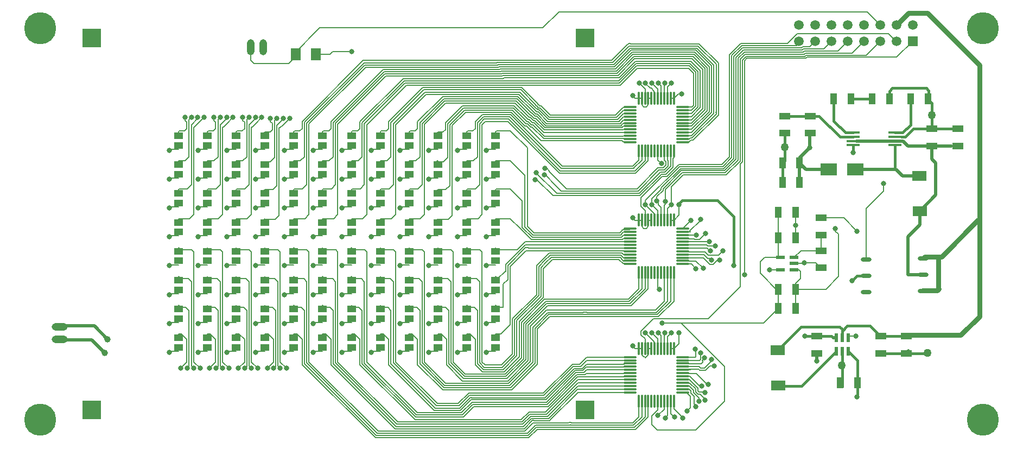
<source format=gtl>
%FSLAX25Y25*%
%MOIN*%
G70*
G01*
G75*
G04 Layer_Physical_Order=1*
G04 Layer_Color=255*
%ADD10R,0.05512X0.04331*%
%ADD11R,0.06693X0.04331*%
%ADD12O,0.06496X0.02559*%
%ADD13R,0.08661X0.05906*%
%ADD14O,0.08268X0.01181*%
%ADD15O,0.01181X0.08268*%
%ADD16R,0.04331X0.06693*%
%ADD17R,0.08465X0.01575*%
%ADD18R,0.08465X0.01575*%
%ADD19R,0.05906X0.07480*%
%ADD20R,0.05709X0.02165*%
%ADD21R,0.05709X0.02165*%
%ADD22R,0.10039X0.07284*%
%ADD23R,0.02165X0.05709*%
%ADD24R,0.02165X0.05709*%
%ADD25C,0.03150*%
%ADD26C,0.00598*%
%ADD27C,0.01575*%
%ADD28C,0.01969*%
%ADD29R,0.11811X0.11811*%
%ADD30O,0.04724X0.09843*%
%ADD31O,0.09843X0.04724*%
%ADD32C,0.19685*%
%ADD33R,0.05906X0.05906*%
%ADD34C,0.05906*%
%ADD35C,0.03150*%
%ADD36C,0.05000*%
%ADD37C,0.03937*%
D10*
X295378Y65945D02*
D03*
Y60039D02*
D03*
X277661Y65945D02*
D03*
Y60039D02*
D03*
X259945Y65945D02*
D03*
Y60039D02*
D03*
X242228Y65945D02*
D03*
Y60039D02*
D03*
X224512Y65945D02*
D03*
Y60039D02*
D03*
X206795Y65945D02*
D03*
Y60039D02*
D03*
X189079Y65945D02*
D03*
Y60039D02*
D03*
X171362Y65945D02*
D03*
Y60039D02*
D03*
X153646Y65945D02*
D03*
Y60039D02*
D03*
X135929Y65945D02*
D03*
Y60039D02*
D03*
X118212Y65945D02*
D03*
Y60039D02*
D03*
X100496Y65945D02*
D03*
Y60039D02*
D03*
X295378Y83661D02*
D03*
Y77756D02*
D03*
X277661Y83661D02*
D03*
Y77756D02*
D03*
X259945Y83661D02*
D03*
Y77756D02*
D03*
X242228Y83661D02*
D03*
Y77756D02*
D03*
X224512Y83661D02*
D03*
Y77756D02*
D03*
X206795Y83661D02*
D03*
Y77756D02*
D03*
X189079Y83661D02*
D03*
Y77756D02*
D03*
X171362Y83661D02*
D03*
Y77756D02*
D03*
X153646Y83661D02*
D03*
Y77756D02*
D03*
X135929Y83661D02*
D03*
Y77756D02*
D03*
X118212Y83661D02*
D03*
Y77756D02*
D03*
X100496Y83661D02*
D03*
Y77756D02*
D03*
X295378Y101378D02*
D03*
Y95473D02*
D03*
X277661Y101378D02*
D03*
Y95473D02*
D03*
X259945Y101378D02*
D03*
Y95473D02*
D03*
X242228Y101378D02*
D03*
Y95473D02*
D03*
X224512Y101378D02*
D03*
Y95473D02*
D03*
X206795Y101378D02*
D03*
Y95473D02*
D03*
X189079Y101378D02*
D03*
Y95473D02*
D03*
X171362Y101378D02*
D03*
Y95473D02*
D03*
X153646Y101378D02*
D03*
Y95473D02*
D03*
X135929Y101378D02*
D03*
Y95473D02*
D03*
X118212Y101378D02*
D03*
Y95473D02*
D03*
X100496Y101378D02*
D03*
Y95473D02*
D03*
X295378Y119095D02*
D03*
Y113189D02*
D03*
X277661Y119095D02*
D03*
Y113189D02*
D03*
X259945Y119095D02*
D03*
Y113189D02*
D03*
X242228Y119095D02*
D03*
Y113189D02*
D03*
X224512Y119095D02*
D03*
Y113189D02*
D03*
X206795Y119095D02*
D03*
Y113189D02*
D03*
X189079Y119095D02*
D03*
Y113189D02*
D03*
X171362Y119095D02*
D03*
Y113189D02*
D03*
X153646Y119095D02*
D03*
Y113189D02*
D03*
X135929Y119095D02*
D03*
Y113189D02*
D03*
X118212Y119095D02*
D03*
Y113189D02*
D03*
X100496Y119095D02*
D03*
Y113189D02*
D03*
X295378Y136811D02*
D03*
Y130905D02*
D03*
X277661Y136811D02*
D03*
Y130905D02*
D03*
X259945Y136811D02*
D03*
Y130905D02*
D03*
X242228Y136811D02*
D03*
Y130905D02*
D03*
X224512Y136811D02*
D03*
Y130905D02*
D03*
X206795Y136811D02*
D03*
Y130905D02*
D03*
X189079Y136811D02*
D03*
Y130905D02*
D03*
X171362Y136811D02*
D03*
Y130905D02*
D03*
X153646Y136811D02*
D03*
Y130905D02*
D03*
X135929Y136811D02*
D03*
Y130905D02*
D03*
X118212Y136811D02*
D03*
Y130905D02*
D03*
X100496Y136811D02*
D03*
Y130905D02*
D03*
X295378Y154528D02*
D03*
Y148622D02*
D03*
X277661Y154528D02*
D03*
Y148622D02*
D03*
X259945Y154528D02*
D03*
Y148622D02*
D03*
X242228Y154528D02*
D03*
Y148622D02*
D03*
X224512Y154528D02*
D03*
Y148622D02*
D03*
X206795Y154528D02*
D03*
Y148622D02*
D03*
X189079Y154528D02*
D03*
Y148622D02*
D03*
X171362Y154528D02*
D03*
Y148622D02*
D03*
X153646Y154528D02*
D03*
Y148622D02*
D03*
X135929Y154528D02*
D03*
Y148622D02*
D03*
X118212Y154528D02*
D03*
Y148622D02*
D03*
X100496Y154528D02*
D03*
Y148622D02*
D03*
X295378Y172244D02*
D03*
Y166339D02*
D03*
X277661Y172244D02*
D03*
Y166339D02*
D03*
X259945Y172244D02*
D03*
Y166339D02*
D03*
X242228Y172244D02*
D03*
Y166339D02*
D03*
X224512Y172244D02*
D03*
Y166339D02*
D03*
X206795Y172244D02*
D03*
Y166339D02*
D03*
X189079Y172244D02*
D03*
Y166339D02*
D03*
X171362Y172244D02*
D03*
Y166339D02*
D03*
X153646Y172244D02*
D03*
Y166339D02*
D03*
X135929Y172244D02*
D03*
Y166339D02*
D03*
X118212Y172244D02*
D03*
Y166339D02*
D03*
X100496Y172244D02*
D03*
Y166339D02*
D03*
X295378Y189961D02*
D03*
Y184055D02*
D03*
X277661Y189961D02*
D03*
Y184055D02*
D03*
X259945Y189961D02*
D03*
Y184055D02*
D03*
X242228Y189961D02*
D03*
Y184055D02*
D03*
X224512Y189961D02*
D03*
Y184055D02*
D03*
X206795Y189961D02*
D03*
Y184055D02*
D03*
X189079Y189961D02*
D03*
Y184055D02*
D03*
X171362Y189961D02*
D03*
Y184055D02*
D03*
X153646Y189961D02*
D03*
Y184055D02*
D03*
X135929Y189961D02*
D03*
Y184055D02*
D03*
X118212Y189961D02*
D03*
Y184055D02*
D03*
X100496Y189961D02*
D03*
Y184055D02*
D03*
D11*
X495276Y108858D02*
D03*
Y119488D02*
D03*
X547638Y56496D02*
D03*
Y67126D02*
D03*
X563386Y194291D02*
D03*
Y183661D02*
D03*
X472835Y191535D02*
D03*
Y202165D02*
D03*
X488583D02*
D03*
Y191535D02*
D03*
X492520Y56496D02*
D03*
Y67126D02*
D03*
X531890Y56496D02*
D03*
Y67126D02*
D03*
X579134Y194291D02*
D03*
Y183661D02*
D03*
X495276Y128937D02*
D03*
Y139567D02*
D03*
D12*
X557874Y114567D02*
D03*
Y104567D02*
D03*
Y94567D02*
D03*
X522835Y94173D02*
D03*
Y104173D02*
D03*
Y114173D02*
D03*
D13*
X555905Y143701D02*
D03*
X555512Y165354D02*
D03*
X468504Y58268D02*
D03*
X468898Y36614D02*
D03*
D14*
X410142Y111220D02*
D03*
Y113189D02*
D03*
Y115157D02*
D03*
Y117126D02*
D03*
Y119094D02*
D03*
Y121063D02*
D03*
Y123031D02*
D03*
Y125000D02*
D03*
Y126968D02*
D03*
Y128937D02*
D03*
Y130905D02*
D03*
Y132874D02*
D03*
X377858D02*
D03*
Y130905D02*
D03*
Y128937D02*
D03*
Y126968D02*
D03*
Y125000D02*
D03*
Y123031D02*
D03*
Y121063D02*
D03*
Y119094D02*
D03*
Y117126D02*
D03*
Y115157D02*
D03*
Y113189D02*
D03*
Y111220D02*
D03*
X410142Y32480D02*
D03*
Y34449D02*
D03*
Y36417D02*
D03*
Y38386D02*
D03*
Y40354D02*
D03*
Y42323D02*
D03*
Y44291D02*
D03*
Y46260D02*
D03*
Y48228D02*
D03*
Y50197D02*
D03*
Y52165D02*
D03*
Y54134D02*
D03*
X377858D02*
D03*
Y52165D02*
D03*
Y50197D02*
D03*
Y48228D02*
D03*
Y46260D02*
D03*
Y44291D02*
D03*
Y42323D02*
D03*
Y40354D02*
D03*
Y38386D02*
D03*
Y36417D02*
D03*
Y34449D02*
D03*
Y32480D02*
D03*
Y186024D02*
D03*
Y187992D02*
D03*
Y189961D02*
D03*
Y191929D02*
D03*
Y193898D02*
D03*
Y195866D02*
D03*
Y197835D02*
D03*
Y199803D02*
D03*
Y201772D02*
D03*
Y203740D02*
D03*
Y205709D02*
D03*
Y207677D02*
D03*
X410142D02*
D03*
Y205709D02*
D03*
Y203740D02*
D03*
Y201772D02*
D03*
Y199803D02*
D03*
Y197835D02*
D03*
Y195866D02*
D03*
Y193898D02*
D03*
Y191929D02*
D03*
Y189961D02*
D03*
Y187992D02*
D03*
Y186024D02*
D03*
D15*
X404827Y138189D02*
D03*
X402858D02*
D03*
X400890D02*
D03*
X398921D02*
D03*
X396953D02*
D03*
X394984D02*
D03*
X393016D02*
D03*
X391047D02*
D03*
X389078D02*
D03*
X387110D02*
D03*
X385142D02*
D03*
X383173D02*
D03*
Y105905D02*
D03*
X385142D02*
D03*
X387110D02*
D03*
X389078D02*
D03*
X391047D02*
D03*
X393016D02*
D03*
X394984D02*
D03*
X396953D02*
D03*
X398921D02*
D03*
X400890D02*
D03*
X402858D02*
D03*
X404827D02*
D03*
Y59449D02*
D03*
X402858D02*
D03*
X400890D02*
D03*
X398921D02*
D03*
X396953D02*
D03*
X394984D02*
D03*
X393016D02*
D03*
X391047D02*
D03*
X389079D02*
D03*
X387110D02*
D03*
X385142D02*
D03*
X383173D02*
D03*
Y27165D02*
D03*
X385142D02*
D03*
X387110D02*
D03*
X389079D02*
D03*
X391047D02*
D03*
X393016D02*
D03*
X394984D02*
D03*
X396953D02*
D03*
X398921D02*
D03*
X400890D02*
D03*
X402858D02*
D03*
X404827D02*
D03*
X404826Y180709D02*
D03*
X402858D02*
D03*
X400890D02*
D03*
X398921D02*
D03*
X396953D02*
D03*
X394984D02*
D03*
X393016D02*
D03*
X391047D02*
D03*
X389078D02*
D03*
X387110D02*
D03*
X385142D02*
D03*
X383173D02*
D03*
Y212992D02*
D03*
X385142D02*
D03*
X387110D02*
D03*
X389078D02*
D03*
X391047D02*
D03*
X393016D02*
D03*
X394984D02*
D03*
X396953D02*
D03*
X398921D02*
D03*
X400890D02*
D03*
X402858D02*
D03*
X404826D02*
D03*
D16*
X550197Y212598D02*
D03*
X560827D02*
D03*
X502953Y212598D02*
D03*
X513583D02*
D03*
X469055Y84016D02*
D03*
X479685D02*
D03*
X479685Y95827D02*
D03*
X469055D02*
D03*
X479685Y127323D02*
D03*
X469055D02*
D03*
X479685Y143071D02*
D03*
X469055D02*
D03*
X471457Y161417D02*
D03*
X482087D02*
D03*
X537205Y212598D02*
D03*
X526575D02*
D03*
X471457Y173228D02*
D03*
X482087D02*
D03*
X506890Y38189D02*
D03*
X517520D02*
D03*
D17*
X514823Y191870D02*
D03*
D18*
Y189311D02*
D03*
Y186752D02*
D03*
Y184193D02*
D03*
X540610Y191870D02*
D03*
Y189311D02*
D03*
Y186752D02*
D03*
Y184193D02*
D03*
D19*
X184843Y240158D02*
D03*
X172638D02*
D03*
D20*
X478602Y107835D02*
D03*
D21*
Y111575D02*
D03*
Y115315D02*
D03*
X470138D02*
D03*
Y107835D02*
D03*
D22*
X516437Y169291D02*
D03*
X500098D02*
D03*
D23*
X504528Y57579D02*
D03*
D24*
X508268D02*
D03*
X512008D02*
D03*
Y66043D02*
D03*
X508268D02*
D03*
X504528D02*
D03*
D25*
X567323Y96063D02*
X567520Y95866D01*
X566535Y94882D02*
X567520Y95866D01*
X557480Y94882D02*
X566535D01*
X567323Y96063D02*
Y115748D01*
X569291D02*
X591732Y138189D01*
X581102Y67716D02*
X592520Y79134D01*
X560480Y265347D02*
X592520Y233307D01*
Y79134D02*
Y233307D01*
X541571Y258024D02*
X548894Y265347D01*
X547638Y67716D02*
X581102D01*
X548894Y265347D02*
X560480D01*
X558268Y114961D02*
X559055Y115748D01*
X569291D01*
D26*
X417319Y25268D02*
Y29925D01*
X415283Y31961D02*
X417319Y29925D01*
X415283Y31961D02*
Y33411D01*
X416929Y32284D02*
X420160Y29053D01*
X416929Y32284D02*
Y33614D01*
X419645Y31417D02*
X420981D01*
X418236Y32826D02*
X419645Y31417D01*
X418236Y32826D02*
Y34520D01*
X420186Y32724D02*
X422326D01*
X419543Y33367D02*
X420186Y32724D01*
X419543Y33367D02*
Y35061D01*
X420160Y27187D02*
Y29053D01*
X414134Y36409D02*
X416929Y33614D01*
X414575Y38181D02*
X418236Y34520D01*
X414258Y40346D02*
X419543Y35061D01*
X425916Y37093D02*
X425980Y37157D01*
X425665Y37093D02*
X425916D01*
X418766Y43992D02*
X425665Y37093D01*
X421731Y35904D02*
X422046Y36220D01*
X421730Y35904D02*
X421731D01*
X421730D02*
X422046Y36220D01*
X414254Y34441D02*
X415283Y33411D01*
X422046Y36220D02*
Y36220D01*
Y36003D02*
Y36220D01*
X421783Y35740D02*
X422046Y36003D01*
X410138Y40346D02*
X414258D01*
X410335Y38181D02*
X414575D01*
X414760Y42315D02*
X421335Y35740D01*
X410138Y42315D02*
X414760D01*
X390945Y219291D02*
X392720Y217516D01*
X390158Y219291D02*
X390945D01*
X387402Y222047D02*
X390158Y219291D01*
X392720Y213276D02*
X393012Y212984D01*
X393010Y138183D02*
X393012Y138181D01*
X393010Y59443D02*
X393012Y59441D01*
X392720Y59732D02*
X393010Y59443D01*
X392720Y138472D02*
X393010Y138183D01*
X387398Y222433D02*
X387803D01*
X387106Y212984D02*
Y218787D01*
X383461Y222433D02*
X387106Y218787D01*
X387398Y147630D02*
Y150184D01*
Y68890D02*
X391626Y64661D01*
X387398Y147630D02*
X391626Y143401D01*
X387398Y150184D02*
X408348Y171134D01*
X391626Y64661D02*
X391738D01*
X392720Y59732D02*
Y63679D01*
X391738Y64661D02*
X392720Y63679D01*
X391626Y143401D02*
X391738D01*
X392720Y138472D02*
Y142419D01*
X391738Y143401D02*
X392720Y142419D01*
X434793Y171134D02*
X440299Y176640D01*
X408348Y171134D02*
X434793D01*
X440299Y176640D02*
Y239186D01*
X446484Y245370D01*
X480409D01*
X481571Y246532D01*
Y248024D01*
X392720Y213276D02*
Y217516D01*
X389075Y212984D02*
X391043D01*
X540606Y189303D02*
X544492D01*
X479528Y135039D02*
X479685Y135197D01*
X471453Y173220D02*
X472831Y174598D01*
X389075Y138181D02*
X391043D01*
X381098Y212984D02*
X385138D01*
X381098Y138181D02*
X385138D01*
X492028Y111909D02*
X495276Y108661D01*
X478598Y111567D02*
X484756D01*
X381098Y59441D02*
X385138D01*
X560827Y56496D02*
X561024Y56693D01*
X389075Y59441D02*
X391043D01*
X479528Y135039D02*
X479685Y134882D01*
Y127323D02*
Y134882D01*
X479528Y135039D02*
Y135079D01*
X479587Y135138D01*
X479685Y135197D02*
Y143071D01*
X547638Y56496D02*
X547642D01*
X560630Y56693D02*
X561024D01*
X100492Y68299D02*
X102335D01*
X399213Y16535D02*
X399606D01*
X402858Y19189D02*
X405118Y16929D01*
X391389Y12536D02*
Y18162D01*
Y12536D02*
X394484Y9441D01*
X384432Y12800D02*
X389075Y17443D01*
X387122Y17433D02*
Y22158D01*
X383469Y13780D02*
X387122Y17433D01*
X385138Y17426D02*
Y27157D01*
X380098Y12386D02*
X385138Y17426D01*
X383169Y17417D02*
Y27157D01*
X379524Y13772D02*
X383169Y17417D01*
X399213Y16535D02*
X400886Y18209D01*
X469051Y116390D02*
Y143063D01*
Y116390D02*
X470134Y115307D01*
X469051Y84008D02*
Y94480D01*
X457972Y105559D02*
X469051Y94480D01*
X391389Y18162D02*
X393993Y20766D01*
X404827Y22339D02*
X410236Y16929D01*
X404827Y22339D02*
Y27165D01*
X410236Y16535D02*
Y16929D01*
X405118D02*
Y17323D01*
X402858Y19189D02*
Y27165D01*
X328740Y15354D02*
X345858Y32472D01*
X328740Y15181D02*
Y15354D01*
X318835Y15181D02*
X328740D01*
X318512Y13772D02*
X340050D01*
X319902Y12386D02*
X341126D01*
X340050Y13772D02*
X340183Y13905D01*
X341126Y12386D02*
X341339Y12598D01*
X320496Y11000D02*
X380672D01*
X320906Y9693D02*
X342520D01*
X345858Y32472D02*
X375035D01*
X345669Y34252D02*
X372441D01*
X327906Y16488D02*
X345669Y34252D01*
X319376Y16488D02*
X327906D01*
X345858Y36409D02*
X372342D01*
X327266Y17817D02*
X345858Y36409D01*
X316896Y17817D02*
X327266D01*
X342488Y49795D02*
X347039D01*
X343029Y48488D02*
X347701D01*
X343570Y47181D02*
X348520D01*
X344112Y45874D02*
X349062D01*
X344653Y44567D02*
X349603D01*
X345195Y43260D02*
X350145D01*
X345736Y41953D02*
X377492D01*
X345978Y40346D02*
X377854D01*
X326063Y20431D02*
X345978Y40346D01*
X327500Y23717D02*
X345736Y41953D01*
X327037Y25102D02*
X345195Y43260D01*
X326574Y26488D02*
X344653Y44567D01*
X326112Y27874D02*
X344112Y45874D01*
X325570Y29181D02*
X343570Y47181D01*
X325096Y30555D02*
X343029Y48488D01*
X324724Y32032D02*
X342488Y49795D01*
X278819Y32032D02*
X324724D01*
X281223Y30555D02*
X325096D01*
X280749Y29181D02*
X325570D01*
X280207Y27874D02*
X326112D01*
X280781Y26488D02*
X326574D01*
X281355Y25102D02*
X327037D01*
X281929Y23717D02*
X327500D01*
X315813Y20431D02*
X326063D01*
X345858Y38378D02*
X377854D01*
X326604Y19124D02*
X345858Y38378D01*
X316354Y19124D02*
X326604D01*
X348520Y47181D02*
X351166Y49827D01*
X349062Y45874D02*
X351046Y47858D01*
X349603Y44567D02*
X351288Y46252D01*
X347039Y49795D02*
X351370Y54126D01*
X347701Y48488D02*
X351378Y52165D01*
X350145Y43260D02*
X350806Y43921D01*
X377492D01*
X351288Y46252D02*
X377854D01*
X351046Y47858D02*
X377492D01*
X351166Y49827D02*
X374236D01*
X351378Y52165D02*
X377858D01*
X351370Y54126D02*
X377854D01*
X187402Y256299D02*
X324410D01*
X171260Y240158D02*
X187402Y256299D01*
X171260Y240158D02*
X172638D01*
X404823Y212984D02*
X407578Y215740D01*
X402854Y212984D02*
X404823D01*
X404823Y138181D02*
X407870Y141228D01*
X404823Y59441D02*
X407870Y62488D01*
X402854Y138181D02*
X404823D01*
X402854Y59441D02*
X404823D01*
X184843Y240158D02*
X185236Y240551D01*
X185433D01*
X185835Y240150D01*
X193500D01*
X168110Y234252D02*
X174016Y240158D01*
X146850Y234252D02*
X168110D01*
X512004Y66035D02*
X513016Y67047D01*
X144882Y236221D02*
X146850Y234252D01*
X144882Y236221D02*
Y244488D01*
X321388Y209350D02*
Y209573D01*
X328913Y202709D02*
X369054D01*
X323149Y208472D02*
X328913Y202709D01*
X322265Y208472D02*
X323149D01*
X322166Y208572D02*
X322265Y208472D01*
X322166Y208572D02*
Y208572D01*
X322608Y207165D02*
X328372Y201402D01*
X321724Y207165D02*
X322608D01*
X320859Y208031D02*
X321724Y207165D01*
X320859Y208031D02*
Y208031D01*
X321388Y209350D02*
X322166Y208572D01*
X320081Y208809D02*
X320859Y208031D01*
X320081Y208809D02*
Y208920D01*
X310788Y218213D02*
X320081Y208920D01*
X321525Y204551D02*
X327289Y198787D01*
X320641Y204551D02*
X321525D01*
X320984Y203244D02*
X326748Y197480D01*
X320100Y203244D02*
X320984D01*
X320443Y201937D02*
X326206Y196173D01*
X319558Y201937D02*
X320443D01*
X319901Y200630D02*
X325665Y194866D01*
X319017Y200630D02*
X319901D01*
X319360Y199323D02*
X325123Y193559D01*
X318476Y199323D02*
X319360D01*
X318818Y198016D02*
X324913Y191921D01*
X317934Y198016D02*
X318818D01*
X318277Y196709D02*
X325363Y189622D01*
X317393Y196709D02*
X318277D01*
X317735Y195402D02*
X324822Y188315D01*
X316851Y195402D02*
X317735D01*
X309751Y215441D02*
X320641Y204551D01*
X327289Y198787D02*
X371279D01*
X317691Y205653D02*
X320100Y203244D01*
X326748Y197480D02*
X371820D01*
X317590Y203906D02*
X319558Y201937D01*
X326206Y196173D02*
X372481D01*
X317049Y202598D02*
X319017Y200630D01*
X325665Y194866D02*
X373023D01*
X316507Y201291D02*
X318476Y199323D01*
X325123Y193559D02*
X373684D01*
X315966Y199984D02*
X317934Y198016D01*
X324913Y191921D02*
X377854D01*
X315424Y198677D02*
X317393Y196709D01*
X325363Y189622D02*
X373684D01*
X314883Y197370D02*
X316851Y195402D01*
X324822Y188315D02*
X377524D01*
X317468Y205653D02*
X317691D01*
X317256Y203906D02*
X317590D01*
X316603Y202598D02*
X317049D01*
X315950Y201291D02*
X316507D01*
X315298Y199984D02*
X315966D01*
X314645Y198677D02*
X315424D01*
X313992Y197370D02*
X314883D01*
X314341Y196063D02*
X323396Y187008D01*
X313339Y196063D02*
X314341D01*
X308492Y212669D02*
X317256Y203906D01*
X315508Y203693D02*
X316603Y202598D01*
X307344Y209898D02*
X315950Y201291D01*
X313548Y201734D02*
X315298Y199984D01*
X306196Y207126D02*
X314645Y198677D01*
X305622Y205740D02*
X313992Y197370D01*
X305048Y204354D02*
X313339Y196063D01*
X322067Y205858D02*
X327831Y200095D01*
X321183Y205858D02*
X322067D01*
X328372Y201402D02*
X369716D01*
X319428Y207613D02*
X321183Y205858D01*
X327831Y200095D02*
X370377D01*
X410142Y186016D02*
X414089D01*
X171358Y192315D02*
X171949Y192905D01*
X376772Y246457D02*
X376898Y246583D01*
X366543Y236228D02*
X376764Y246449D01*
X367205Y234921D02*
X377425Y245142D01*
X378087Y243835D02*
X419068D01*
X367866Y233614D02*
X378087Y243835D01*
X378628Y242528D02*
X418415D01*
X368408Y232307D02*
X378628Y242528D01*
X379169Y241220D02*
X417762D01*
X368949Y231000D02*
X379169Y241220D01*
X379711Y239913D02*
X417109D01*
X369490Y229693D02*
X379711Y239913D01*
X380221Y238575D02*
X416488D01*
X370032Y228386D02*
X380221Y238575D01*
X380762Y237268D02*
X415836D01*
X370573Y227079D02*
X380762Y237268D01*
X381180Y235837D02*
X415307D01*
X371115Y225772D02*
X381180Y235837D01*
X381642Y234451D02*
X414733D01*
X370813Y223622D02*
X381642Y234451D01*
X382105Y233065D02*
X414159D01*
X371355Y222315D02*
X382105Y233065D01*
X382377Y231488D02*
X413776D01*
X371873Y220984D02*
X382377Y231488D01*
X296035Y234921D02*
X367205D01*
X296688Y233614D02*
X367866D01*
X297341Y232307D02*
X368408D01*
X297994Y231000D02*
X368949D01*
X298646Y229693D02*
X369490D01*
X299299Y228386D02*
X370032D01*
X299952Y227079D02*
X370573D01*
X300605Y225772D02*
X371115D01*
X300683Y223622D02*
X370813D01*
X300141Y222315D02*
X371355D01*
X240516Y220984D02*
X371873D01*
X410142Y187984D02*
X414209D01*
X171358Y174598D02*
X175374D01*
X377425Y245142D02*
X419721D01*
X377305D02*
X377425D01*
X376898Y246583D02*
X378100D01*
X378234Y246449D02*
X420071D01*
X378100Y246583D02*
X378234Y246449D01*
X410138Y189953D02*
X415649D01*
X171358Y156882D02*
X171949Y157472D01*
X410138Y191921D02*
X415649D01*
X171358Y139165D02*
X178146D01*
X410142Y193890D02*
X415768D01*
X189075Y192315D02*
X189665Y192905D01*
X410138Y195858D02*
X415649D01*
X189075Y174598D02*
X193091D01*
X410138Y197827D02*
X415649D01*
X189075Y156882D02*
X189665Y157472D01*
X410138Y199795D02*
X415649D01*
X189075Y139165D02*
X195862D01*
X410138Y201764D02*
X415649D01*
X206791Y192315D02*
X207382Y192905D01*
X300086Y222370D02*
X300141Y222315D01*
X239706Y222370D02*
X300086D01*
X300549Y223756D02*
X300683Y223622D01*
X171949Y157472D02*
X176768D01*
X179319Y160024D01*
Y196842D01*
X179319D01*
Y197778D02*
X214998Y233457D01*
X179319Y196842D02*
Y197778D01*
X214998Y233457D02*
X296531D01*
X296688Y233614D01*
X415649Y189953D02*
X429398Y203702D01*
X419068Y243835D02*
X429398Y233505D01*
Y203702D02*
Y233505D01*
X410138Y203732D02*
X415649D01*
X206791Y174598D02*
X210807D01*
X420071Y246449D02*
X420079Y246457D01*
X419721Y245142D02*
X430783Y234079D01*
X418415Y242528D02*
X428012Y232931D01*
X417762Y241220D02*
X426626Y232357D01*
X417109Y239913D02*
X425240Y231783D01*
X416488Y238575D02*
X423854Y231209D01*
X415836Y237268D02*
X422469Y230635D01*
X418311Y208243D02*
Y228913D01*
X414159Y233065D02*
X418311Y228913D01*
X416925Y208706D02*
Y228339D01*
X413776Y231488D02*
X416925Y228339D01*
X422469Y206615D02*
Y230635D01*
X214073Y236228D02*
X366543D01*
X299975Y225142D02*
X300605Y225772D01*
X299401Y226528D02*
X299952Y227079D01*
X298827Y227913D02*
X299299Y228386D01*
X298253Y229299D02*
X298646Y229693D01*
X297679Y230685D02*
X297994Y231000D01*
X297105Y232071D02*
X297341Y232307D01*
X295957Y234843D02*
X296035Y234921D01*
X214535Y234843D02*
X295957D01*
X238558Y225142D02*
X299975D01*
X215461Y232071D02*
X297105D01*
X226384Y230685D02*
X297679D01*
X226945Y229299D02*
X298253D01*
X227408Y227913D02*
X298827D01*
X227870Y226528D02*
X299401D01*
X239132Y223756D02*
X300549D01*
X420365Y246457D02*
X432169Y234653D01*
X420079Y246457D02*
X420365D01*
X324410Y256299D02*
X334252Y266142D01*
X410138Y207669D02*
X415889D01*
X206791Y139165D02*
X213579D01*
X410138Y205701D02*
X415768D01*
X206791Y156882D02*
X207382Y157472D01*
X252532Y215441D02*
X309751D01*
X323396Y187008D02*
X373039D01*
X377524Y188315D02*
X377854Y187984D01*
X373653Y186394D02*
X379880D01*
X373039Y187008D02*
X373653Y186394D01*
X373684Y189622D02*
X374015Y189953D01*
X377854D01*
X379880Y186394D02*
X380258Y186016D01*
X369054Y202709D02*
X373653Y207307D01*
X369716Y201402D02*
X374015Y205701D01*
X370377Y200095D02*
X374015Y203732D01*
X371279Y198787D02*
X371409Y198918D01*
X371820Y197480D02*
X372716Y198377D01*
X372481Y196173D02*
X372716Y196408D01*
X373023Y194866D02*
X374015Y195858D01*
X373684Y193559D02*
X374015Y193890D01*
X377854D01*
X372716Y196528D02*
X374015Y197827D01*
X372716Y196408D02*
Y196528D01*
X371409Y199158D02*
X374015Y201764D01*
X371409Y198918D02*
Y199158D01*
X276225Y205740D02*
X305622D01*
X374015Y195858D02*
X377854D01*
X372716Y198497D02*
X374015Y199795D01*
X372716Y198377D02*
Y198497D01*
X374015Y197827D02*
X377854D01*
X374015Y199795D02*
X377854D01*
X374015Y201764D02*
X377854D01*
X374015Y205701D02*
X377854D01*
X374015Y203732D02*
X377854D01*
X377492Y207307D02*
X377854Y207669D01*
X373653Y207307D02*
X377492D01*
X224508Y192315D02*
X225098Y192905D01*
X224508Y174598D02*
X228524D01*
X224508Y156882D02*
X225098Y157472D01*
X224508Y139165D02*
X231295D01*
X242224Y192315D02*
X242815Y192905D01*
X242224Y174598D02*
X246240D01*
X242224Y156882D02*
X242815Y157472D01*
X242224Y139165D02*
X249012D01*
X259941Y192315D02*
X263091D01*
X259350Y174008D02*
X263367D01*
X259941Y156882D02*
X264760D01*
X259350Y138575D02*
X266138D01*
X277657Y192315D02*
X278248Y192905D01*
X336191Y171252D02*
X379524D01*
X356903Y169895D02*
X357270D01*
X356874Y169866D02*
X356903Y169895D01*
X357270Y169866D02*
X380098D01*
X357270D02*
Y169895D01*
X356696Y168480D02*
X379524D01*
X356278Y167049D02*
X381318D01*
X335616Y169866D02*
X356874D01*
X379524Y168480D02*
X379524Y168480D01*
X381318Y167049D02*
X389075Y174805D01*
X356696Y168480D02*
Y168501D01*
X356693Y168504D02*
X356696Y168501D01*
X356669Y168480D02*
X356693Y168504D01*
X335043Y168480D02*
X356669D01*
X356278Y167049D02*
X356299Y167028D01*
Y166929D02*
Y167028D01*
X356179Y167049D02*
X356299Y166929D01*
X334625Y167049D02*
X356179D01*
X302863Y198811D02*
X334625Y167049D01*
X303900Y201583D02*
X335616Y169866D01*
X277657Y174598D02*
X281673D01*
X277657Y156882D02*
X278248Y157472D01*
X277657Y139165D02*
X284445D01*
X153641Y192315D02*
X156791D01*
X338876Y157472D02*
X382306D01*
X153051Y174008D02*
X157067D01*
X356949Y155905D02*
X357130Y156087D01*
X356693Y155905D02*
X356949D01*
X384004Y153291D02*
X396443Y165731D01*
X320705Y163142D02*
X330555Y153291D01*
X354476Y154724D02*
X354602Y154598D01*
X383351D01*
X383454Y154701D01*
X330555Y153291D02*
X384004D01*
X356512Y156087D02*
X356693Y155905D01*
X335476Y156087D02*
X356512D01*
X354331Y154724D02*
X354476D01*
X354307Y154701D02*
X354331Y154724D01*
X332846Y154701D02*
X354307D01*
X320429Y167118D02*
X332846Y154701D01*
X153642Y156882D02*
X158461D01*
X153051Y138575D02*
X159839D01*
X445559Y103525D02*
X445669Y103414D01*
Y97350D02*
Y103414D01*
X425910Y77591D02*
X445669Y97350D01*
X445559Y172657D02*
X446835Y173933D01*
X445559Y103525D02*
Y172657D01*
X446835Y173933D02*
Y236478D01*
X445528Y174474D02*
Y237020D01*
X410513Y165905D02*
X436959D01*
X444220Y175015D02*
Y237561D01*
X409972Y167213D02*
X436418D01*
X442913Y175557D02*
Y238103D01*
X409431Y168520D02*
X435876D01*
X441606Y176098D02*
Y238644D01*
X408889Y169827D02*
X435335D01*
X441606Y176098D01*
X435876Y168520D02*
X442913Y175557D01*
X436418Y167213D02*
X444220Y175015D01*
X436959Y165905D02*
X445528Y174474D01*
X438992Y177181D02*
Y239727D01*
X434320Y172509D02*
X438992Y177181D01*
X407874Y172509D02*
X434320D01*
X474619Y246677D02*
X480698Y252756D01*
X447025Y244063D02*
X483211D01*
X447567Y242756D02*
X483753D01*
X448108Y241449D02*
X484294D01*
X448649Y240142D02*
X484836D01*
X449191Y238835D02*
X485377D01*
X445942Y246677D02*
X474619D01*
X438992Y239727D02*
X445942Y246677D01*
X441606Y238644D02*
X447025Y244063D01*
X442913Y238103D02*
X447567Y242756D01*
X444220Y237561D02*
X448108Y241449D01*
X445528Y237020D02*
X448649Y240142D01*
X446835Y236478D02*
X449191Y238835D01*
X449732Y237527D02*
X485919D01*
X448142Y235937D02*
X449732Y237527D01*
X448142Y104595D02*
Y235937D01*
X432136Y202743D02*
Y204063D01*
X416608Y187215D02*
X432136Y202743D01*
X415287Y187215D02*
X416608D01*
X430829Y203284D02*
Y204119D01*
X416066Y188522D02*
X430829Y203284D01*
X415231Y188522D02*
X416066D01*
X387106Y138181D02*
Y144157D01*
X400476Y165110D02*
X407874Y172509D01*
X403146Y158538D02*
X410513Y165905D01*
X399732Y156973D02*
X409972Y167213D01*
X398335Y157424D02*
X409431Y168520D01*
X397028Y157965D02*
X408889Y169827D01*
X414089Y186016D02*
X415287Y187215D01*
X399823Y171851D02*
Y174102D01*
X395171Y170338D02*
X398310D01*
X430705Y204480D02*
X430783Y204559D01*
X430705Y204243D02*
Y204480D01*
Y204243D02*
X430829Y204119D01*
X415107Y188646D02*
X415231Y188522D01*
X414870Y188646D02*
X415107D01*
X414209Y187984D02*
X414870Y188646D01*
X432136Y204063D02*
X432169Y204097D01*
X398310Y170338D02*
X399823Y171851D01*
X397750Y165110D02*
X400476D01*
X404161Y176089D02*
X404823Y176750D01*
X404161Y170644D02*
Y176089D01*
X399934Y166417D02*
X404161Y170644D01*
X397019Y166417D02*
X399934D01*
X396443Y165842D02*
X397019Y166417D01*
X396443Y165731D02*
Y165842D01*
X430783Y204559D02*
Y234079D01*
X432169Y204097D02*
Y234653D01*
X404823Y176750D02*
Y180701D01*
X398917Y175008D02*
X399823Y174102D01*
X395093Y170260D02*
X395171Y170338D01*
X401287Y171467D02*
Y174598D01*
X398851Y169031D02*
X401287Y171467D01*
X395824Y169031D02*
X398851D01*
X486596Y238205D02*
X541752D01*
X485919Y237527D02*
X486596Y238205D01*
X485377Y238835D02*
X486054Y239512D01*
X402854Y171186D02*
Y180701D01*
X399393Y167724D02*
X402854Y171186D01*
X396477Y167724D02*
X399393D01*
X398917Y175008D02*
Y180701D01*
X426626Y204747D02*
Y232357D01*
X415768Y193890D02*
X426626Y204747D01*
X396241Y167488D02*
X396477Y167724D01*
X400886Y174999D02*
Y180701D01*
Y174999D02*
X401287Y174598D01*
X484836Y240142D02*
X485513Y240819D01*
X486054Y239512D02*
X523059D01*
X344037Y125087D02*
X344132Y124992D01*
X343984Y125087D02*
X344037D01*
X343890Y124992D02*
X343984Y125087D01*
X344746Y126394D02*
X344841Y126299D01*
X343443Y126394D02*
X344746D01*
X343348Y126299D02*
X343443Y126394D01*
X345288Y127701D02*
X345382Y127606D01*
X342901Y127701D02*
X345288D01*
X342807Y127606D02*
X342901Y127701D01*
X345829Y129008D02*
X345923Y128913D01*
X342360Y129008D02*
X345829D01*
X342266Y128913D02*
X342360Y129008D01*
X346370Y130315D02*
X346465Y130220D01*
X341819Y130315D02*
X346370D01*
X341724Y130220D02*
X341819Y130315D01*
X345923Y128913D02*
X372151D01*
X318363Y128913D02*
X342266D01*
X345382Y127606D02*
X372692D01*
X317821Y127606D02*
X342807D01*
X344841Y126299D02*
X373354D01*
X317280Y126299D02*
X343348D01*
X344132Y124992D02*
X377854D01*
X322478Y124992D02*
X343890D01*
X372151Y128913D02*
X372716Y129479D01*
X372692Y127606D02*
X374015Y128929D01*
X373354Y126299D02*
X374015Y126960D01*
X377854D01*
X374015Y128929D02*
X377854D01*
X374015Y130897D02*
X377854D01*
X372716Y129599D02*
X374015Y130897D01*
X318904Y130220D02*
X341724D01*
X371489Y130220D02*
X372716Y131448D01*
X346465Y130220D02*
X371489D01*
X314784Y134341D02*
X318904Y130220D01*
X372716Y129479D02*
Y129599D01*
Y131448D02*
Y131567D01*
X377492Y132504D02*
X377854Y132866D01*
X373653Y132504D02*
X377492D01*
X372716Y131567D02*
X373653Y132504D01*
X310626Y132953D02*
X317280Y126299D01*
X312091Y133337D02*
X317821Y127606D01*
X312091Y133337D02*
Y133337D01*
X311714Y133714D02*
X312091Y133337D01*
X316158Y131118D02*
X318363Y128913D01*
X295374Y192315D02*
X295964Y192905D01*
X316158Y131118D02*
X316158D01*
X313398Y133878D02*
X316158Y131118D01*
X295374Y174598D02*
X304413D01*
X316158Y131118D02*
X316378Y130897D01*
X295374Y156882D02*
X295965Y157472D01*
X295374Y139165D02*
X304413D01*
X295305Y120071D02*
X308658D01*
X325385Y113185D02*
X328988Y116787D01*
X320468Y110228D02*
X328335Y118095D01*
X326365Y112205D02*
X329640Y115480D01*
X304248Y109782D02*
X313868Y119402D01*
X329640Y115480D02*
X371851D01*
X328988Y116787D02*
X372513D01*
X328335Y118095D02*
X373054D01*
X313868Y119402D02*
X377539D01*
X377854Y119086D01*
X374031Y113181D02*
X377854D01*
X372716Y114495D02*
X374031Y113181D01*
X371409Y113834D02*
X373653Y111591D01*
X371409Y113834D02*
Y114074D01*
X374031Y117118D02*
X377854D01*
X373054Y118095D02*
X374031Y117118D01*
X374031Y115149D02*
X377854D01*
X372716Y116464D02*
X374031Y115149D01*
X372716Y116464D02*
Y116584D01*
X372513Y116787D02*
X372716Y116584D01*
X371310Y114173D02*
X371409Y114074D01*
X330293Y114173D02*
X371310D01*
X372716Y114495D02*
Y114615D01*
X371851Y115480D02*
X372716Y114615D01*
X377476Y111591D02*
X377854Y111212D01*
X373653Y111591D02*
X377476D01*
X324626Y108506D02*
X330293Y114173D01*
X315543Y121055D02*
X377854D01*
X315338Y121260D02*
X315543Y121055D01*
X313766Y121260D02*
X315338D01*
X302862Y110356D02*
X313766Y121260D01*
X295374Y86016D02*
X295505D01*
X313531Y122984D02*
X377815D01*
X296752Y102354D02*
X301247Y106849D01*
X295374Y103732D02*
X295505D01*
X295374Y68299D02*
X298523D01*
X277657Y121449D02*
X277805D01*
X277657Y103732D02*
X277805D01*
X277657Y86016D02*
X277805D01*
X277657Y68299D02*
X279500D01*
X259905Y119986D02*
X260005D01*
X325434Y89527D02*
Y89638D01*
X311177Y75381D02*
X325434Y89638D01*
X325606Y89810D01*
X325434Y89527D02*
X325717Y89810D01*
X326259Y88503D02*
X347755D01*
X326180Y88424D02*
X326259Y88503D01*
X326754Y87038D02*
X377996D01*
X327217Y85652D02*
X378570D01*
X315335Y73770D02*
X327217Y85652D01*
X377996Y87038D02*
X387106Y96149D01*
X259905Y102286D02*
X260005D01*
X347755Y88503D02*
X347834Y88424D01*
X259941Y86016D02*
X260005D01*
X259941Y68299D02*
X261784D01*
X347834Y88424D02*
X377422D01*
X325717Y89810D02*
X376848D01*
X242205Y120071D02*
X250295D01*
X326590Y82859D02*
X326621Y82890D01*
X316721Y72990D02*
X326590Y82859D01*
X326621Y82890D02*
X348274D01*
X315335Y52006D02*
Y73770D01*
X327194Y81504D02*
X348811D01*
X327839Y80189D02*
X349493D01*
X328492Y78882D02*
X350142D01*
X349493Y80189D02*
X349745Y80441D01*
X350142Y78882D02*
X350394Y79134D01*
X242224Y103732D02*
X242305D01*
X348819Y81496D02*
X348840D01*
X319492Y71842D02*
X327839Y80189D01*
X320878Y71268D02*
X328492Y78882D01*
X348811Y81504D02*
X348819Y81496D01*
X349745Y80441D02*
X350935D01*
X350161Y78898D02*
X395411D01*
X350161D02*
X350394Y79130D01*
Y79134D01*
X348439Y83055D02*
X393358D01*
X348274Y82890D02*
X348439Y83055D01*
X393358D02*
X393524Y82890D01*
X242224Y86016D02*
X242305D01*
X242055Y68299D02*
X244067D01*
X349092Y81748D02*
X351477D01*
X348840Y81496D02*
X349092Y81748D01*
X351713Y81512D02*
X394105D01*
X351477Y81748D02*
X351713Y81512D01*
X351171Y80205D02*
X394758D01*
X350935Y80441D02*
X351171Y80205D01*
X224508Y103732D02*
X224605D01*
X224508Y86016D02*
X224605D01*
X374236Y49827D02*
X374606Y50197D01*
X377858D01*
X377492Y41953D02*
X377854Y42315D01*
X377492Y43921D02*
X377854Y44283D01*
X377492Y47858D02*
X377854Y48220D01*
X272370Y25583D02*
X278819Y32032D01*
X281166Y30612D02*
X281223Y30555D01*
X279248Y30612D02*
X281166D01*
X272833Y24197D02*
X279248Y30612D01*
X258871Y24197D02*
X272833D01*
X280625Y29305D02*
X280749Y29181D01*
X279789Y29305D02*
X280625D01*
X273295Y22811D02*
X279789Y29305D01*
X258297Y22811D02*
X273295D01*
X274906Y18654D02*
X281355Y25102D01*
X246612Y18654D02*
X274906D01*
X278177Y19965D02*
X281929Y23717D01*
X278177Y19909D02*
Y19965D01*
X275535Y17268D02*
X278177Y19909D01*
X246124Y17268D02*
X275535D01*
X311020Y15638D02*
X315813Y20431D01*
X245794Y15638D02*
X311020D01*
X311483Y14252D02*
X316354Y19124D01*
X235303Y14252D02*
X311483D01*
X311945Y12866D02*
X316896Y17817D01*
X234769Y12866D02*
X311945D01*
X319355Y16510D02*
X319376Y16488D01*
X317437Y16510D02*
X319355D01*
X312408Y11480D02*
X317437Y16510D01*
X234195Y11480D02*
X312408D01*
X318814Y15203D02*
X318835Y15181D01*
X317979Y15203D02*
X318814D01*
X312871Y10095D02*
X317979Y15203D01*
X233621Y10095D02*
X312871D01*
X314839Y7323D02*
X319902Y12386D01*
X320472Y11024D02*
X320496Y11000D01*
X320388Y11024D02*
X320472D01*
X315302Y5937D02*
X320388Y11024D01*
X315764Y4551D02*
X320906Y9693D01*
X259445Y25583D02*
X272370D01*
X320878Y49709D02*
Y71268D01*
X305129Y33961D02*
X320878Y49709D01*
X262904Y33961D02*
X305129D01*
X319492Y50284D02*
Y71842D01*
X304555Y35346D02*
X319492Y50284D01*
X263478Y35346D02*
X304555D01*
X318107Y50858D02*
Y72416D01*
X303981Y36732D02*
X318107Y50858D01*
X264052Y36732D02*
X303981D01*
X316721Y51432D02*
Y72990D01*
X303407Y38118D02*
X316721Y51432D01*
X264626Y38118D02*
X303407D01*
X302833Y39504D02*
X315335Y52006D01*
X275078Y39504D02*
X302833D01*
X313949Y52580D02*
Y74233D01*
X302259Y40890D02*
X313949Y52580D01*
X275652Y40890D02*
X302259D01*
X312563Y53154D02*
Y74807D01*
X301685Y42276D02*
X312563Y53154D01*
X276225Y42276D02*
X301685D01*
X311177Y53728D02*
Y75381D01*
X301111Y43661D02*
X311177Y53728D01*
X276760Y43661D02*
X301111D01*
X309791Y54302D02*
Y75955D01*
X300537Y45047D02*
X309791Y54302D01*
X287250Y45047D02*
X300537D01*
X308406Y54876D02*
Y76529D01*
X299963Y46433D02*
X308406Y54876D01*
X287825Y46433D02*
X299963D01*
X307020Y55450D02*
Y77103D01*
X299389Y47819D02*
X307020Y55450D01*
X288399Y47819D02*
X299389D01*
X305634Y56024D02*
Y77677D01*
X298815Y49205D02*
X305634Y56024D01*
X288973Y49205D02*
X298815D01*
X224508Y121449D02*
X224605D01*
X224508Y68299D02*
X226350D01*
X206705Y119986D02*
X206905D01*
X206705Y102286D02*
X206905D01*
X206791Y86016D02*
X206905D01*
X206791Y68299D02*
X208634D01*
X189005Y120071D02*
X197146D01*
X189075Y103732D02*
X189205D01*
X189075Y86016D02*
X189205D01*
X372342Y34441D02*
X377854D01*
X372342D02*
X372441Y34342D01*
Y34252D02*
Y34342D01*
X188880Y68299D02*
X190918D01*
X171358Y121449D02*
X171505D01*
X318396Y13772D02*
X318404Y13780D01*
X318504D01*
X318512Y13772D01*
X222596Y7323D02*
X314839D01*
X222021Y5937D02*
X315302D01*
X221447Y4551D02*
X315764D01*
X171358Y103732D02*
X171505D01*
X340183Y13905D02*
X341884D01*
X342018Y13772D02*
X379524D01*
X341884Y13905D02*
X342018Y13772D01*
X341343Y12598D02*
X341555Y12386D01*
X341339Y12598D02*
X341343D01*
X342481Y9614D02*
X381246D01*
X342481D02*
X342520Y9653D01*
Y9693D01*
X171358Y86016D02*
X171505D01*
X171358Y68299D02*
X173201D01*
X394980Y21748D02*
Y27157D01*
X393998Y20766D02*
X394980Y21748D01*
X393993Y20766D02*
X393998D01*
X389075Y17443D02*
Y27157D01*
X400886Y18209D02*
Y27157D01*
X398815Y21935D02*
Y27055D01*
X395063Y18183D02*
X398815Y21935D01*
X410138Y46252D02*
X414861D01*
X135905Y120071D02*
X143996D01*
X410138Y54126D02*
X417909D01*
X153605Y119986D02*
X153705D01*
X410138Y52157D02*
X420665D01*
X153605Y102286D02*
X153705D01*
X410138Y50189D02*
X410823D01*
X153641Y86016D02*
X153705D01*
X410232Y48417D02*
X410281Y48368D01*
X410281Y48368D02*
X410283Y48366D01*
X410138Y48220D02*
X410429D01*
X153641Y68299D02*
X155484D01*
X135925Y103732D02*
X136005D01*
X135925Y86016D02*
X136005D01*
X135705Y68299D02*
X137768D01*
X118209Y121449D02*
X118305D01*
X410232Y36606D02*
X410281Y36557D01*
X410281Y36557D02*
X410283Y36555D01*
X410138Y36409D02*
Y36512D01*
Y36409D02*
X410429D01*
X118209Y103732D02*
X118305D01*
X410138Y34441D02*
X414254D01*
X118209Y86016D02*
X118305D01*
X410138Y32669D02*
X412201D01*
X118209Y68299D02*
X120051D01*
X394484Y9441D02*
X418106D01*
X193500Y240150D02*
X195126Y241776D01*
X410138Y111212D02*
X415547D01*
X100492Y192315D02*
X101082Y192905D01*
X410138Y113181D02*
X418303D01*
X100492Y174598D02*
X104508D01*
X107067Y177157D01*
Y199976D01*
X108460Y201370D01*
X418303Y113181D02*
X422831Y108654D01*
X410138Y115149D02*
X422807D01*
X100492Y156882D02*
X101083Y157472D01*
X410138Y117118D02*
X423209D01*
X100492Y139165D02*
X107280D01*
X118209Y174598D02*
X122224D01*
X410138Y119086D02*
X410335D01*
X118209Y192315D02*
X118799Y192905D01*
X410138Y123023D02*
X424776D01*
X118209Y156882D02*
X118799Y157472D01*
X118209Y139165D02*
X124996D01*
X410138Y126960D02*
X411909D01*
X135925Y192315D02*
X136515Y192905D01*
X410138Y128929D02*
X418697D01*
X135925Y174598D02*
X139941D01*
X410138Y130897D02*
X414861D01*
X135925Y156882D02*
X136516Y157472D01*
X410138Y132866D02*
X415350Y138079D01*
X135925Y139165D02*
X142713D01*
X394980Y212984D02*
Y218787D01*
X391335Y222433D02*
X394980Y218787D01*
X400886Y220173D02*
X403146Y222433D01*
X400886Y212984D02*
Y220173D01*
X396949Y212984D02*
Y220756D01*
X395272Y222433D02*
X396949Y220756D01*
X509252Y139567D02*
X517323Y131496D01*
X495276Y139567D02*
X509252D01*
X478598Y107827D02*
X481614D01*
X479681Y95819D02*
Y99465D01*
X479681Y84008D02*
Y95819D01*
X503937Y131496D02*
Y133465D01*
Y131496D02*
X505905Y129528D01*
Y103543D02*
Y129528D01*
X482083Y173220D02*
Y176516D01*
X334252Y266142D02*
X523464D01*
X531575Y258032D01*
X537610Y251646D02*
Y251760D01*
X536614Y252756D02*
X537610Y251760D01*
X480698Y252756D02*
X536614D01*
X533465Y155905D02*
Y160630D01*
X522835Y145276D02*
X533465Y155905D01*
X522835Y114173D02*
Y145276D01*
X498189Y95827D02*
X505905Y103543D01*
X479685Y95827D02*
X498189D01*
X478740Y115354D02*
X482874Y119488D01*
X478701Y115315D02*
X478740Y115354D01*
X480118D01*
X478642D02*
X478740D01*
X478602Y115315D02*
X478701D01*
X482874Y119488D02*
X495276D01*
Y128937D02*
Y129134D01*
Y119488D02*
Y128937D01*
X485098Y111909D02*
X492028D01*
X478602Y115315D02*
X478642Y115354D01*
X403146Y147630D02*
Y158538D01*
X399732Y149784D02*
Y156973D01*
X398335Y156445D02*
Y157424D01*
X394409Y152519D02*
X398335Y156445D01*
X394409Y150123D02*
Y152519D01*
X397028Y156986D02*
Y157965D01*
X391335Y151293D02*
X397028Y156986D01*
X391335Y147630D02*
Y151293D01*
X393531Y160891D02*
X397750Y165110D01*
X393531Y160858D02*
Y160891D01*
X541232Y248024D02*
X541571D01*
X537610Y251646D02*
X541232Y248024D01*
X428012Y204285D02*
Y232931D01*
X425240Y205450D02*
Y231783D01*
X423854Y206033D02*
Y231209D01*
X195650Y177157D02*
Y197417D01*
X198422Y141724D02*
Y197079D01*
X195862Y139165D02*
X198422Y141724D01*
X197036Y196842D02*
X197036D01*
X197036Y160024D02*
Y196842D01*
X197036D02*
Y197542D01*
X193091Y174598D02*
X195650Y177157D01*
Y197417D02*
X195650D01*
Y198004D01*
X226945Y229299D01*
X180705Y141724D02*
Y197315D01*
X178146Y139165D02*
X180705Y141724D01*
X101870Y102354D02*
X106595D01*
Y102244D02*
Y102354D01*
X107067Y48401D02*
Y82669D01*
X109839Y51173D02*
Y118795D01*
X102335Y68299D02*
X105681Y64953D01*
Y51173D02*
Y64953D01*
X120051Y68299D02*
X123398Y64953D01*
Y51173D02*
Y64953D01*
X124784Y48401D02*
Y82669D01*
X126169Y48622D02*
Y100386D01*
X127555Y51173D02*
Y118795D01*
X195126Y241776D02*
X206968D01*
X541752Y238205D02*
X551571Y248024D01*
X485513Y240819D02*
X514366D01*
X484971Y242126D02*
X505673D01*
X484430Y243433D02*
X496980D01*
X484294Y241449D02*
X484971Y242126D01*
X483753Y242756D02*
X484430Y243433D01*
X483889Y244740D02*
X488287D01*
X483211Y244063D02*
X483889Y244740D01*
X488287D02*
X491571Y248024D01*
X496980Y243433D02*
X501571Y248024D01*
X505673Y242126D02*
X511571Y248024D01*
X514366Y240819D02*
X521571Y248024D01*
X523059Y239512D02*
X531571Y248024D01*
X407870Y147630D02*
Y148417D01*
X384736Y69992D02*
X392335Y77591D01*
X384736Y67787D02*
Y69992D01*
Y67787D02*
X387106Y65417D01*
X392335Y77591D02*
X425910D01*
X387106Y59441D02*
Y65417D01*
X422807Y115149D02*
X426846Y111110D01*
X425485Y114842D02*
X426878D01*
X423209Y117118D02*
X425485Y114842D01*
X426058Y116622D02*
X432153D01*
X423885Y118795D02*
X426058Y116622D01*
X426846Y111110D02*
X429051D01*
X481614Y107827D02*
X482721Y106720D01*
Y102504D02*
Y106720D01*
X479681Y99465D02*
X482721Y102504D01*
X484756Y111567D02*
X485098Y111909D01*
X479681Y95819D02*
X479681Y95819D01*
X463728Y107780D02*
X463776Y107827D01*
X470134D01*
X457972Y105559D02*
Y112528D01*
X460752Y115307D01*
X470134D01*
X409271Y75000D02*
X435823Y48448D01*
X460043Y75000D02*
X469051Y84008D01*
X409271Y75000D02*
X460043D01*
X540606Y170012D02*
X541335Y169283D01*
X513016Y67047D02*
X516728D01*
X547634Y56488D02*
X547634Y56488D01*
X435823Y27157D02*
Y48448D01*
X266516Y50025D02*
X275652Y40890D01*
X267902Y50599D02*
X276225Y42276D01*
X269288Y51134D02*
X276760Y43661D01*
X400886Y66630D02*
X403146Y68890D01*
X400886Y59441D02*
Y66630D01*
X399209Y149784D02*
X399681Y149311D01*
X399209Y149784D02*
Y150386D01*
X395272Y149598D02*
Y150386D01*
X320429Y167118D02*
Y167512D01*
X325665Y169913D02*
X326806D01*
X328263Y168456D01*
Y168086D02*
Y168456D01*
Y168086D02*
X338876Y157472D01*
X389075Y174805D02*
Y180701D01*
X288973Y198811D02*
X302863D01*
X287004Y196842D02*
X288973Y198811D01*
X287004Y141724D02*
Y196842D01*
X284445Y139165D02*
X287004Y141724D01*
X357130Y156087D02*
X382880D01*
X332201Y159362D02*
X335476Y156087D01*
X325783Y165858D02*
X332201Y159441D01*
X319484Y163142D02*
X320705D01*
X314784Y134341D02*
Y182535D01*
X313398Y133878D02*
Y165614D01*
X418066Y59087D02*
X418067D01*
X418185Y58969D01*
Y54402D02*
Y58969D01*
X421138Y52630D02*
Y56685D01*
X429562Y48694D02*
X429562Y48693D01*
X414665Y46449D02*
X414861Y46252D01*
X410626Y46449D02*
X410720Y46543D01*
X410626Y46449D02*
X414665D01*
X410720Y46543D02*
X420162D01*
X426862Y48694D02*
X429562D01*
X424113Y45945D02*
X426862Y48694D01*
X427870Y51661D02*
Y52748D01*
X423539Y47331D02*
X427870Y51661D01*
X420761Y45945D02*
X424113D01*
X397445Y75000D02*
X409271D01*
X420665Y52157D02*
X421138Y52630D01*
X423736Y53379D02*
Y53653D01*
X422396Y52040D02*
X423736Y53379D01*
X422396Y52040D02*
Y52040D01*
Y52040D02*
X422590Y51846D01*
Y51134D02*
Y51846D01*
X417909Y54126D02*
X418185Y54402D01*
X421448Y49992D02*
X422590Y51134D01*
X411020Y49992D02*
X421448D01*
X421335Y47331D02*
X423539D01*
X420248Y48417D02*
X421335Y47331D01*
X410232Y48417D02*
X420248D01*
X420162Y46543D02*
X420761Y45945D01*
X410823Y50189D02*
X411020Y49992D01*
X425980Y37157D02*
Y37315D01*
X421335Y35740D02*
X421783D01*
X410429Y43992D02*
X418766D01*
X420981Y31417D02*
X423972Y28426D01*
X423185Y32866D02*
X423776Y32276D01*
X410429Y36409D02*
X414134D01*
X410138Y38378D02*
X410335Y38181D01*
X422467Y32866D02*
X423185D01*
X422326Y32724D02*
X422467Y32866D01*
X420114Y27141D02*
X420160Y27187D01*
X423972Y27709D02*
Y28426D01*
X198422Y51134D02*
X235303Y14252D01*
X198422Y51134D02*
Y118795D01*
X341555Y12386D02*
X380098D01*
X197036Y50599D02*
X234769Y12866D01*
X197036Y50599D02*
Y51173D01*
X197036D02*
X197036D01*
X197036D02*
Y100386D01*
X195650Y50025D02*
X234195Y11480D01*
X195650Y50025D02*
Y50599D01*
X195650Y50599D02*
X195650Y50599D01*
X195650Y50599D02*
Y82669D01*
X194264Y49451D02*
Y64953D01*
X190918Y68299D02*
X194264Y64953D01*
X214752Y50513D02*
X246612Y18654D01*
X214752Y50513D02*
Y51173D01*
X214752D02*
X214752D01*
X214752D02*
Y100386D01*
X179319Y50599D02*
X222596Y7323D01*
X179319Y50599D02*
Y51173D01*
X179319D02*
X179319D01*
X179319D02*
Y100386D01*
X194264Y49451D02*
X233621Y10095D01*
X309791Y75955D02*
X324626Y90790D01*
X248799Y50599D02*
Y82669D01*
X376848Y89810D02*
X383169Y96131D01*
X250185Y50599D02*
X264052Y36732D01*
X250185Y50599D02*
Y51173D01*
X250185D02*
X250185D01*
X250185D02*
Y100386D01*
X248799Y50025D02*
X263478Y35346D01*
X248799Y50025D02*
Y50599D01*
X248799Y50599D02*
X248799Y50599D01*
X232469Y50599D02*
X258871Y24197D01*
X232469Y50599D02*
Y51173D01*
X232469D02*
X232469D01*
X232469D02*
Y100386D01*
X231083Y50025D02*
X258297Y22811D01*
X231083Y50025D02*
Y50599D01*
X231083Y50599D02*
X231083Y50599D01*
X231083Y50599D02*
Y82669D01*
X394105Y81512D02*
X400886Y88292D01*
X394758Y80205D02*
X402854Y88301D01*
X395411Y78898D02*
X404823Y88309D01*
X327194Y81504D02*
X327202Y81512D01*
X304248Y74024D02*
Y109782D01*
X298523Y68299D02*
X304248Y74024D01*
X322478Y124992D02*
X322479Y124992D01*
X313579Y124992D02*
X322478D01*
X308658Y120071D02*
X313579Y124992D01*
X295305Y120071D02*
Y121449D01*
X295374D01*
X302862Y101780D02*
Y110356D01*
X299980Y98899D02*
X302862Y101780D01*
X299980Y84638D02*
Y98899D01*
X295505Y84638D02*
X299980D01*
X295505D02*
Y86016D01*
X276839Y204354D02*
X305048D01*
X268736Y196252D02*
X276839Y204354D01*
X268697Y196252D02*
X268736D01*
X268697Y141134D02*
Y196252D01*
X266138Y138575D02*
X268697Y141134D01*
X251571Y141724D02*
Y196882D01*
X264587Y209898D02*
X307344D01*
X251571Y196882D02*
X264587Y209898D01*
X249012Y139165D02*
X251571Y141724D01*
X233933Y196842D02*
X252532Y215441D01*
X233855Y196842D02*
X233933D01*
X233855Y141724D02*
Y196842D01*
X231295Y139165D02*
X233855Y141724D01*
X214752Y197417D02*
X239706Y222370D01*
X197036Y197542D02*
X227408Y227913D01*
X198422Y197079D02*
X227870Y226528D01*
X180705Y197315D02*
X215461Y232071D01*
X247193Y20039D02*
X274332D01*
X216138Y51094D02*
X247193Y20039D01*
X216138Y51094D02*
Y118795D01*
X269288Y51134D02*
Y118795D01*
X383169Y96131D02*
Y105897D01*
X267902Y50599D02*
Y51173D01*
X383452Y13780D02*
X383469D01*
X387106Y18000D02*
Y27157D01*
X223169Y8709D02*
X313333D01*
X180705Y51173D02*
X223169Y8709D01*
X379524Y171252D02*
X383169Y174898D01*
X387106Y174797D02*
Y180701D01*
X379524Y168480D02*
X380790D01*
X284232Y197417D02*
Y197991D01*
X410138Y36512D02*
X410232Y36606D01*
X410138Y44283D02*
X410429Y43992D01*
X289666Y163378D02*
X290256Y163969D01*
X289666Y145662D02*
X290256Y146252D01*
X164957Y196842D02*
X168894Y200780D01*
X162398Y194874D02*
X162988D01*
X162398Y141134D02*
Y194874D01*
X142500Y177157D02*
Y199976D01*
X124784Y177157D02*
Y199976D01*
X289666Y181095D02*
X290256Y181685D01*
X379524Y139756D02*
X381098Y138181D01*
X272539Y146252D02*
X277657D01*
X254823Y181685D02*
X259941D01*
X254823Y163969D02*
X259941D01*
X237106D02*
X242224D01*
X236516Y181095D02*
X237106Y181685D01*
X254823Y146252D02*
X259941D01*
X254233Y127945D02*
X254823Y128535D01*
X237106Y146252D02*
X242224D01*
X219390D02*
X224508D01*
X290256Y110819D02*
X295374D01*
X290256Y93102D02*
X295374D01*
X272539Y110819D02*
X277657D01*
X272539Y93102D02*
X277657D01*
X272539Y75386D02*
X277657D01*
X290256D02*
X295374D01*
X290256Y57669D02*
X295374D01*
X272539D02*
X277657D01*
X254823Y110819D02*
X259941D01*
X254823Y93102D02*
X259941D01*
X237106Y110819D02*
X242224D01*
X237106Y93102D02*
X242224D01*
X254823Y75386D02*
X259941D01*
X237106D02*
X242224D01*
X254823Y57669D02*
X259941D01*
X237106D02*
X242224D01*
X219390Y75386D02*
X224508D01*
X219390Y57669D02*
X224508D01*
X201083Y181095D02*
X201673Y181685D01*
X183957Y163969D02*
X189075D01*
X183957Y146252D02*
X189075D01*
X183366Y181095D02*
X183957Y181685D01*
X166240Y146252D02*
X171358D01*
X201673D02*
X206791D01*
X201083Y127945D02*
X201673Y128535D01*
X130807Y181685D02*
X135925D01*
X130807Y163969D02*
X135925D01*
X113091Y181685D02*
X118209D01*
X113091Y163969D02*
X118209D01*
X148523Y146252D02*
X153641D01*
X130807D02*
X135925D01*
X130807Y128535D02*
X135925D01*
X130217Y127945D02*
X130807Y128535D01*
X113091Y146252D02*
X118209D01*
X113091Y128535D02*
X118209D01*
X201673Y110819D02*
X206791D01*
X201673Y93102D02*
X206791D01*
X183957Y110819D02*
X189075D01*
X183957Y93102D02*
X189075D01*
X166240Y110819D02*
X171358D01*
X201673Y75386D02*
X206791D01*
X183957D02*
X189075D01*
X183366Y74795D02*
X183957Y75386D01*
Y57669D02*
X189075D01*
X201673D02*
X206791D01*
X166240Y75386D02*
X171358D01*
X166240Y57669D02*
X171358D01*
X165650Y74795D02*
X166240Y75386D01*
X148523D02*
X153641D01*
X148523Y57669D02*
X153641D01*
X165650Y57079D02*
X166240Y57669D01*
X148523Y110819D02*
X153641D01*
X130807D02*
X135925D01*
X130807Y93102D02*
X135925D01*
X113091Y110819D02*
X118209D01*
X95374D02*
X100492D01*
X95374Y93102D02*
X100492D01*
X113091D02*
X118209D01*
X130807Y75386D02*
X135925D01*
X130807Y57669D02*
X135925D01*
X147933Y57079D02*
X148523Y57669D01*
X113091Y75386D02*
X118209D01*
X113091Y57669D02*
X118209D01*
X385138Y55494D02*
Y59441D01*
Y55494D02*
X386412Y54221D01*
X386909D01*
X387398Y53732D01*
X398917Y59441D02*
Y68598D01*
X379524Y61016D02*
X381098Y59441D01*
X379524Y214559D02*
X381098Y212984D01*
X155484Y68299D02*
X158831Y64953D01*
X173201Y68299D02*
X176547Y64953D01*
X94784Y110228D02*
X95374Y110819D01*
X94784Y92512D02*
X95374Y93102D01*
X94784Y74795D02*
X95374Y75386D01*
X100492D01*
X94784Y57079D02*
X95374Y57669D01*
X100492D01*
X130217Y57079D02*
X130807Y57669D01*
X130217Y74795D02*
X130807Y75386D01*
X130217Y92512D02*
X130807Y93102D01*
X147933Y74795D02*
X148523Y75386D01*
X147933Y92512D02*
X148523Y93102D01*
X147933Y110228D02*
X148523Y110819D01*
X165650Y92512D02*
X166240Y93102D01*
X183366Y57079D02*
X183957Y57669D01*
X183366Y92512D02*
X183957Y93102D01*
X183366Y110228D02*
X183957Y110819D01*
X201083Y57079D02*
X201673Y57669D01*
X201083Y74795D02*
X201673Y75386D01*
X201083Y92512D02*
X201673Y93102D01*
X201083Y110228D02*
X201673Y110819D01*
X218799Y57079D02*
X219390Y57669D01*
X218799Y74795D02*
X219390Y75386D01*
X218799Y92512D02*
X219390Y93102D01*
X218799Y110228D02*
X219390Y110819D01*
X236516Y57079D02*
X237106Y57669D01*
X254233Y57079D02*
X254823Y57669D01*
X254233Y74795D02*
X254823Y75386D01*
X254233Y92512D02*
X254823Y93102D01*
X254233Y110228D02*
X254823Y110819D01*
X271949Y57079D02*
X272539Y57669D01*
X271949Y74795D02*
X272539Y75386D01*
X271949Y92512D02*
X272539Y93102D01*
X271949Y110228D02*
X272539Y110819D01*
X289666Y57079D02*
X290256Y57669D01*
X95374Y128535D02*
X100492D01*
X94784Y127945D02*
X95374Y128535D01*
Y146252D02*
X100492D01*
X94784Y145662D02*
X95374Y146252D01*
X94784Y163378D02*
X95374Y163969D01*
X94784Y181095D02*
X95374Y181685D01*
X112500Y127945D02*
X113091Y128535D01*
X112500Y145662D02*
X113091Y146252D01*
X112500Y163378D02*
X113091Y163969D01*
X112500Y181095D02*
X113091Y181685D01*
X130217Y145662D02*
X130807Y146252D01*
X130217Y163378D02*
X130807Y163969D01*
X148523Y128535D02*
X153641D01*
X147933Y145662D02*
X148523Y146252D01*
Y163969D02*
X153641D01*
X147933Y163378D02*
X148523Y163969D01*
X147933Y181095D02*
X148523Y181685D01*
X166240Y128535D02*
X171358D01*
X165650Y127945D02*
X166240Y128535D01*
X165650Y145662D02*
X166240Y146252D01*
X165650Y163378D02*
X166240Y163969D01*
X165650Y181095D02*
X166240Y181685D01*
X183366Y127945D02*
X183957Y128535D01*
X201083Y145662D02*
X201673Y146252D01*
X201083Y163378D02*
X201673Y163969D01*
X219390Y128535D02*
X224508D01*
X218799Y127945D02*
X219390Y128535D01*
X218799Y145662D02*
X219390Y146252D01*
X218799Y163378D02*
X219390Y163969D01*
X218799Y181095D02*
X219390Y181685D01*
X254823Y128535D02*
X259941D01*
X254233Y145662D02*
X254823Y146252D01*
X254233Y163378D02*
X254823Y163969D01*
X254233Y181095D02*
X254823Y181685D01*
X272539Y128535D02*
X277657D01*
X271949Y127945D02*
X272539Y128535D01*
X271949Y145662D02*
X272539Y146252D01*
X271949Y163378D02*
X272539Y163969D01*
X271949Y181095D02*
X272539Y181685D01*
X290256Y146252D02*
X295374D01*
X290256Y163969D02*
X295374D01*
X118305Y84638D02*
X122815D01*
X124784Y82669D01*
X124311Y102244D02*
X126169Y100386D01*
X118305Y102354D02*
X124311D01*
X126279Y120071D02*
X127555Y118795D01*
X118305Y120071D02*
X126279D01*
X137768Y68299D02*
X141114Y64953D01*
X142028Y102244D02*
X143886Y100386D01*
X136005Y102354D02*
X142028D01*
X143996Y120071D02*
X145272Y118795D01*
X153705Y84638D02*
X158248D01*
X160216Y82669D01*
X159744Y102244D02*
X161602Y100386D01*
X153773Y102354D02*
X159744D01*
X161713Y120071D02*
X162988Y118795D01*
X153790Y120071D02*
X161713D01*
X171505Y84638D02*
X175965D01*
X177933Y82669D01*
X177461Y102244D02*
X179319Y100386D01*
X180705Y51173D02*
Y118795D01*
X179429Y120071D02*
X180705Y118795D01*
X193681Y84638D02*
X195650Y82669D01*
X195177Y102244D02*
X197036Y100386D01*
X197146Y120071D02*
X198422Y118795D01*
X211981Y49451D02*
Y64953D01*
X208634Y68299D02*
X211981Y64953D01*
X213366Y50599D02*
Y82669D01*
X211398Y84638D02*
X213366Y82669D01*
X212894Y102244D02*
X214752Y100386D01*
X214862Y120071D02*
X216138Y118795D01*
X226350Y68299D02*
X229697Y64953D01*
X229114Y84638D02*
X231083Y82669D01*
X230610Y102244D02*
X232469Y100386D01*
X233855Y51173D02*
Y118795D01*
X232579Y120071D02*
X233855Y118795D01*
X247413Y49451D02*
Y64953D01*
X244067Y68299D02*
X247413Y64953D01*
X242305Y84638D02*
X246831D01*
X248799Y82669D01*
X248327Y102244D02*
X250185Y100386D01*
X251571Y51173D02*
Y118795D01*
X250295Y120071D02*
X251571Y118795D01*
X265130Y49451D02*
Y64953D01*
X261784Y68299D02*
X265130Y64953D01*
X260005Y84638D02*
X264547D01*
X266516Y82669D01*
X267902Y51173D02*
Y100386D01*
X266043Y102244D02*
X267902Y100386D01*
X268012Y120071D02*
X269288Y118795D01*
X282846Y49451D02*
Y64953D01*
X279500Y68299D02*
X282846Y64953D01*
X277805Y84638D02*
X282264D01*
X284232Y82669D01*
X285618Y51173D02*
Y100386D01*
X283760Y102244D02*
X285618Y100386D01*
X287004Y51173D02*
Y118795D01*
X285728Y120071D02*
X287004Y118795D01*
X277805Y120071D02*
X285728D01*
X136005Y84638D02*
X140532D01*
X142500Y82669D01*
X112500Y110228D02*
X113091Y110819D01*
X112500Y92512D02*
X113091Y93102D01*
X112500Y74795D02*
X113091Y75386D01*
X105098Y84638D02*
X107067Y82669D01*
X101870Y84638D02*
X105098D01*
X100492Y86016D02*
X101870Y84638D01*
X106595Y102244D02*
X108453Y100386D01*
X100492Y103732D02*
X101870Y102354D01*
Y120071D02*
X108563D01*
X100492Y121449D02*
X101870Y120071D01*
X108563D02*
X109839Y118795D01*
X101083Y157472D02*
X105902D01*
X108453Y160024D01*
X101082Y192905D02*
X104232D01*
X107280Y139165D02*
X109839Y141724D01*
X104232Y192905D02*
X105681Y194354D01*
X121949Y192905D02*
X123398Y194354D01*
X118799Y192905D02*
X121949D01*
X122224Y174598D02*
X124784Y177157D01*
X123618Y157472D02*
X126169Y160024D01*
X118799Y157472D02*
X123618D01*
X139665Y192905D02*
X141114Y194354D01*
X142713Y139165D02*
X145272Y141724D01*
X136515Y192905D02*
X139665D01*
X139941Y174598D02*
X142500Y177157D01*
X141335Y157472D02*
X143886Y160024D01*
X136516Y157472D02*
X141335D01*
X153051Y191725D02*
X153641Y192315D01*
X158461Y156882D02*
X161012Y159433D01*
X153051Y156291D02*
X153642Y156882D01*
X175374Y174598D02*
X177933Y177157D01*
X194484Y157472D02*
X197036Y160024D01*
X189665Y157472D02*
X194484D01*
X210531Y192905D02*
X211981Y194354D01*
X207382Y192905D02*
X210531D01*
X210807Y174598D02*
X213366Y177157D01*
X212201Y157472D02*
X214752Y160024D01*
X207382Y157472D02*
X212201D01*
X228248Y192905D02*
X229697Y194354D01*
X225098Y192905D02*
X228248D01*
X228524Y174598D02*
X231083Y177157D01*
X232469Y160024D02*
Y196842D01*
X229918Y157472D02*
X232469Y160024D01*
X225098Y157472D02*
X229918D01*
X245965Y192905D02*
X247413Y194354D01*
X242815Y192905D02*
X245965D01*
X246240Y174598D02*
X248799Y177157D01*
X250185Y160024D02*
Y196842D01*
X247634Y157472D02*
X250185Y160024D01*
X242815Y157472D02*
X247634D01*
X263091Y192315D02*
X264540Y193764D01*
X259350Y191725D02*
X259941Y192315D01*
X263367Y174008D02*
X265926Y176567D01*
X267311Y159433D02*
Y196252D01*
X264760Y156882D02*
X267311Y159433D01*
X259350Y156291D02*
X259941Y156882D01*
X281398Y192905D02*
X282846Y194354D01*
X278248Y192905D02*
X281398D01*
X281673Y174598D02*
X284232Y177157D01*
X285618Y160024D02*
Y196842D01*
X283067Y157472D02*
X285618Y160024D01*
X278248Y157472D02*
X283067D01*
X304413Y139165D02*
X310626Y132953D01*
X295965Y157472D02*
X304413D01*
X287004Y51173D02*
X288973Y49205D01*
X285618Y51173D02*
X285618D01*
Y50599D02*
Y51173D01*
Y50599D02*
X288399Y47819D01*
X284232Y50599D02*
X284232Y50599D01*
Y50025D02*
Y50599D01*
Y50025D02*
X287825Y46433D01*
X282846Y49451D02*
X287250Y45047D01*
X267902Y51173D02*
X267902D01*
X266516Y50599D02*
X266516Y50599D01*
Y50025D02*
Y50599D01*
X265130Y49451D02*
X275078Y39504D01*
X305634Y77677D02*
X320468Y92512D01*
X285618Y196842D02*
X285618D01*
Y197417D01*
X288399Y200197D01*
X284232Y177157D02*
Y197417D01*
X284232D01*
X282846Y194354D02*
Y198564D01*
X287250Y202968D01*
X267311Y196252D02*
X267312D01*
Y196826D01*
X265926Y176567D02*
Y196826D01*
X265926D01*
Y197400D01*
X250185Y196842D02*
X250185D01*
Y197417D01*
X264052Y211283D01*
X248799Y177157D02*
Y197417D01*
X248799D01*
Y197991D01*
X247413Y198564D02*
X262904Y214055D01*
X232469Y196842D02*
X232469D01*
Y197417D01*
X231083Y177157D02*
Y197417D01*
X231083D01*
Y197991D01*
X306770Y208512D02*
X313548Y201734D01*
X307918Y211283D02*
X315508Y203693D01*
X309066Y214055D02*
X317468Y205653D01*
X310214Y216827D02*
X319428Y207613D01*
X311362Y219598D02*
X321388Y209573D01*
X275078Y208512D02*
X306770D01*
X287250Y202968D02*
X304474D01*
X288399Y200197D02*
X303326D01*
X264052Y211283D02*
X307918D01*
X262904Y214055D02*
X309066D01*
X251879Y216827D02*
X310214D01*
X250731Y219598D02*
X311362D01*
X415307Y235837D02*
X421083Y230061D01*
X414733Y234451D02*
X419697Y229487D01*
X251571Y51173D02*
X264626Y38118D01*
X247413Y49451D02*
X262904Y33961D01*
X233855Y51173D02*
X259445Y25583D01*
X229697Y49451D02*
X257723Y21425D01*
X213366Y50599D02*
X213367Y50599D01*
Y50025D02*
Y50599D01*
Y50025D02*
X246124Y17268D01*
X257723Y21425D02*
X273758D01*
X280207Y27874D01*
X274332Y20039D02*
X280781Y26488D01*
X211981Y49451D02*
X245794Y15638D01*
X313333Y8709D02*
X318396Y13772D01*
X177933Y50599D02*
X177933Y50599D01*
Y50025D02*
Y50599D01*
Y50025D02*
X222021Y5937D01*
X176547Y49451D02*
X221447Y4551D01*
X380672Y11000D02*
X383452Y13780D01*
X381246Y9614D02*
X384432Y12800D01*
X393524Y82890D02*
X397240Y86606D01*
X318107Y72416D02*
X327194Y81504D01*
X378570Y85652D02*
X383461Y90543D01*
X313949Y74233D02*
X326754Y87038D01*
X312563Y74807D02*
X326180Y88424D01*
X320468Y92512D02*
Y110228D01*
X321854Y91938D02*
Y109654D01*
X325385Y113185D01*
X323240Y91364D02*
Y109080D01*
X326365Y112205D01*
X307020Y77103D02*
X321854Y91938D01*
X308406Y76529D02*
X323240Y91364D01*
X304474Y202968D02*
X336191Y171252D01*
X303326Y200197D02*
X335043Y168480D01*
X159626Y199386D02*
X161020Y200780D01*
X164957Y200197D02*
Y200780D01*
X157083Y198811D02*
Y200780D01*
Y198811D02*
X158240Y197653D01*
X156791Y192315D02*
X158240Y193764D01*
X157067Y174008D02*
X159626Y176567D01*
X161012Y159433D02*
Y196252D01*
X164957Y200197D01*
X159839Y138575D02*
X162398Y141134D01*
X162988Y194874D02*
X164957Y196842D01*
X147831Y197433D02*
X151768Y201370D01*
X145862Y195464D02*
X147831Y197433D01*
X145272Y195464D02*
X145862D01*
X145272Y141724D02*
Y195464D01*
X143886Y196842D02*
X147831Y200787D01*
X143886Y160024D02*
Y196842D01*
X141114Y194354D02*
Y198244D01*
X139957Y199401D02*
X141114Y198244D01*
X139957Y199401D02*
Y201370D01*
X147831Y200787D02*
Y201370D01*
X142500Y199976D02*
X143894Y201370D01*
X130114Y197433D02*
X134051Y201370D01*
X128146Y195464D02*
X130114Y197433D01*
X127555Y195464D02*
X128146D01*
X127555Y141724D02*
Y195464D01*
X126169Y196842D02*
X130114Y200787D01*
X126169Y160024D02*
Y196842D01*
X123398Y194354D02*
Y198244D01*
X122240Y199401D02*
X123398Y198244D01*
X122240Y199401D02*
Y201370D01*
X130114Y200787D02*
Y201370D01*
X124784Y199976D02*
X126177Y201370D01*
X112398Y197433D02*
X116334Y201370D01*
X110429Y195464D02*
X112398Y197433D01*
X109839Y195464D02*
X110429D01*
X109839Y141724D02*
Y195464D01*
X108453Y196842D02*
X112398Y200787D01*
X108453Y160024D02*
Y196842D01*
X105681Y194354D02*
Y198244D01*
X104524Y199401D02*
X105681Y198244D01*
X104524Y199401D02*
Y201370D01*
X112398Y200787D02*
Y201370D01*
X155114Y47236D02*
Y47457D01*
X159051Y47236D02*
X160216Y48401D01*
X161602Y48622D02*
X162988Y47236D01*
X143886Y48622D02*
X145272Y47236D01*
X137398D02*
Y47457D01*
X127555Y51173D02*
X131492Y47236D01*
X126169Y48622D02*
X127555Y47236D01*
X123618D02*
X124784Y48401D01*
X119681Y47236D02*
Y47457D01*
X123398Y51173D01*
X109839D02*
X113776Y47236D01*
X108453Y48622D02*
X109839Y47236D01*
X105902D02*
X107067Y48401D01*
X101965Y47236D02*
Y47457D01*
X105681Y51173D01*
X112500Y57079D02*
X113091Y57669D01*
X148523Y93102D02*
X153641D01*
X130217Y110228D02*
X130807Y110819D01*
X166240Y93102D02*
X171358D01*
X165650Y110228D02*
X166240Y110819D01*
X95374Y163969D02*
X100492D01*
X147933Y127945D02*
X148523Y128535D01*
X95374Y181685D02*
X100492D01*
X130217Y181095D02*
X130807Y181685D01*
X183957Y128535D02*
X189075D01*
X201673D02*
X206791D01*
X183366Y145662D02*
X183957Y146252D01*
X166240Y163969D02*
X171358D01*
X148523Y181685D02*
X153641D01*
X166240D02*
X171358D01*
X183366Y163378D02*
X183957Y163969D01*
Y181685D02*
X189075D01*
X201673Y163969D02*
X206791D01*
X201673Y181685D02*
X206791D01*
X219390Y93102D02*
X224508D01*
X236516Y74795D02*
X237106Y75386D01*
X236516Y92512D02*
X237106Y93102D01*
X236516Y110228D02*
X237106Y110819D01*
X219390D02*
X224508D01*
X289666Y110228D02*
X290256Y110819D01*
X236516Y127945D02*
X237106Y128535D01*
X236516Y145662D02*
X237106Y146252D01*
Y128535D02*
X242224D01*
X219390Y163969D02*
X224508D01*
X236516Y163378D02*
X237106Y163969D01*
X219390Y181685D02*
X224508D01*
X237106D02*
X242224D01*
X272539Y163969D02*
X277657D01*
X272539Y181685D02*
X277657D01*
X289666Y127945D02*
X290256Y128535D01*
Y181685D02*
X295374D01*
X124996Y139165D02*
X127555Y141724D01*
X290256Y128535D02*
X295374D01*
X289666Y74795D02*
X290256Y75386D01*
X289666Y92512D02*
X290256Y93102D01*
X176547Y49451D02*
Y64953D01*
X383169Y174898D02*
Y180701D01*
X385138Y174906D02*
Y180701D01*
X380098Y169866D02*
X380216D01*
X380098D02*
X385138Y174906D01*
X380790Y168480D02*
X387106Y174797D01*
X377815Y122984D02*
X377854Y123023D01*
X159744Y102244D02*
Y102354D01*
X142028Y102244D02*
Y102354D01*
X124311Y102244D02*
Y102354D01*
X177461Y102244D02*
Y102354D01*
X195177Y102244D02*
Y102354D01*
X212894Y102244D02*
Y102354D01*
X230610Y102244D02*
Y102354D01*
X248327Y102244D02*
Y102354D01*
X266043Y102244D02*
Y102354D01*
X283760Y102244D02*
Y102354D01*
X415649Y203732D02*
X419697Y207781D01*
X415649Y201764D02*
X421083Y207198D01*
X415649Y199795D02*
X422469Y206615D01*
X415649Y197827D02*
X423854Y206033D01*
X415649Y195858D02*
X425240Y205450D01*
X415649Y191921D02*
X428012Y204285D01*
X372342Y36409D02*
X377854D01*
X391043Y136203D02*
Y138181D01*
X386411Y132961D02*
X387801D01*
X385138Y134234D02*
X386411Y132961D01*
X385138Y134234D02*
Y138181D01*
X387801Y132961D02*
X389075Y134234D01*
X418106Y9441D02*
X435823Y27157D01*
X383461Y90543D02*
X389075Y96157D01*
X407870Y62488D02*
Y68890D01*
X398917Y68598D02*
X399209Y68890D01*
X387398Y53732D02*
X389075Y55409D01*
Y59441D01*
X324626Y90790D02*
Y108506D01*
X404823Y88309D02*
Y105897D01*
X377422Y88424D02*
X385138Y96140D01*
Y105897D01*
X387106Y96149D02*
Y105897D01*
X389075Y96157D02*
Y105897D01*
X397240Y86606D02*
X398917Y88283D01*
X402854Y88301D02*
Y105897D01*
X400886Y88292D02*
Y105897D01*
X398917Y88283D02*
Y105897D01*
Y138181D02*
Y147338D01*
X391335Y68890D02*
X394980Y65244D01*
Y59441D02*
Y65244D01*
X395272Y68890D02*
X396949Y67213D01*
Y59441D02*
Y67213D01*
X384736Y146527D02*
Y152064D01*
X391335Y147630D02*
X394980Y143984D01*
Y138181D02*
Y143984D01*
X396949Y138181D02*
Y145953D01*
X400886Y138181D02*
Y145370D01*
X403146Y147630D01*
X398917Y212984D02*
Y222142D01*
X399209Y222433D01*
X399732Y148153D02*
Y149784D01*
X394409Y150123D02*
X394746D01*
X382880Y156087D02*
X395667Y168874D01*
X383454Y154701D02*
X396241Y167488D01*
X382306Y157472D02*
X395093Y170260D01*
X394980Y175181D02*
X397240Y172921D01*
X394980Y175181D02*
Y180701D01*
X387801Y207764D02*
X389075Y209038D01*
Y212984D01*
X385138Y209038D02*
Y212984D01*
Y209038D02*
X386411Y207764D01*
X414376Y131189D02*
X414570D01*
X414861Y130897D01*
X411909Y126960D02*
X412201Y126669D01*
X410138Y124992D02*
X410248Y124882D01*
X426460D02*
X426571Y124992D01*
X410248Y124882D02*
X426460D01*
X384736Y152064D02*
X393531Y160858D01*
X412201Y126669D02*
X417193D01*
X417594Y126268D01*
X420760D01*
X424406Y129913D01*
X410138Y121055D02*
X410248Y120945D01*
X426768Y119283D02*
X427161D01*
X410335Y119086D02*
X410626Y118795D01*
X423885D01*
X410248Y120945D02*
X425106D01*
X426768Y119283D01*
X425468Y122331D02*
X430209D01*
X431713Y113772D02*
X433067D01*
X432153Y116622D02*
X434815Y119283D01*
X414376Y131189D02*
X421256Y138069D01*
X426878Y114842D02*
X427949Y113772D01*
X429051Y111110D02*
X431713Y113772D01*
X424776Y123023D02*
X425468Y122331D01*
X430209D02*
X430311Y122433D01*
X415547Y111212D02*
X418327Y108433D01*
X229697Y49451D02*
Y64953D01*
X284232Y50599D02*
Y82669D01*
X177933Y50599D02*
Y82669D01*
X160216Y48401D02*
Y82669D01*
X159626Y176567D02*
Y199386D01*
X158240Y193764D02*
Y197653D01*
X386411Y207764D02*
X387801D01*
X247413Y194354D02*
Y198564D01*
X229697Y194354D02*
Y198564D01*
X264540Y193764D02*
Y197974D01*
X108453Y48622D02*
Y100386D01*
X143886Y48622D02*
Y100386D01*
X304413Y174598D02*
X313398Y165614D01*
X295964Y192905D02*
X304413D01*
X314784Y182535D01*
X304413Y157472D02*
X311714Y150172D01*
X301247Y106849D02*
X301477D01*
Y110930D01*
X311714Y133714D02*
Y150172D01*
X301477Y110930D02*
X313531Y122984D01*
X407870Y141228D02*
Y147630D01*
X394746Y150123D02*
X395272Y149598D01*
X295505Y102354D02*
X296752D01*
X277805D02*
X283760D01*
X259905Y103732D02*
X259941D01*
X260005Y102286D02*
X260073Y102354D01*
X266043D01*
X242305D02*
X248327D01*
X224605D02*
X230610D01*
X206705Y103732D02*
X206791D01*
X206905Y102286D02*
X206973Y102354D01*
X212894D01*
X189205D02*
X195177D01*
X171505D02*
X177461D01*
X153605Y103732D02*
X153641D01*
X153705Y102286D02*
X153773Y102354D01*
X153051Y138575D02*
X153641Y139165D01*
X259905Y121449D02*
X259941D01*
X260005Y119986D02*
X260090Y120071D01*
X268012D01*
X242205Y121449D02*
X242224D01*
X224605Y120071D02*
X232579D01*
X224605Y84638D02*
X229114D01*
X206705Y121449D02*
X206791D01*
X206905Y119986D02*
X206990Y120071D01*
X214862D01*
X206905Y84638D02*
X211398D01*
X189005Y121449D02*
X189075D01*
X189205Y84638D02*
X193681D01*
X171505Y120071D02*
X179429D01*
X153605Y121449D02*
X153641D01*
X153705Y119986D02*
X153790Y120071D01*
X135905Y121449D02*
X135925D01*
X259305Y174598D02*
X259941D01*
X410283Y48366D02*
X410429Y48220D01*
X153605Y102286D02*
Y103732D01*
X136005Y102354D02*
Y103732D01*
X118305Y102354D02*
Y103732D01*
X410283Y36555D02*
X410429Y36409D01*
X153605Y119986D02*
Y121449D01*
X135905Y120071D02*
Y121449D01*
X118305Y120071D02*
Y121449D01*
X171505Y120071D02*
Y121449D01*
X224605Y120071D02*
Y121449D01*
X206705Y119986D02*
Y121449D01*
X189005Y120071D02*
Y121449D01*
X242205Y120071D02*
Y121449D01*
X259905Y119986D02*
Y121449D01*
X277805Y120071D02*
Y121449D01*
X171505Y102354D02*
Y103732D01*
X189205Y102354D02*
Y103732D01*
X206705Y102286D02*
Y103732D01*
X224605Y102354D02*
Y103732D01*
X242305Y102354D02*
Y103732D01*
X259905Y102286D02*
Y103732D01*
X277805Y102354D02*
Y103732D01*
X295505Y102354D02*
Y103732D01*
X118305Y84638D02*
Y86016D01*
X136005Y84638D02*
Y86016D01*
X153705Y84638D02*
Y86016D01*
X171505Y84638D02*
Y86016D01*
X189205Y84638D02*
Y86016D01*
X206905Y84638D02*
Y86016D01*
X224605Y84638D02*
Y86016D01*
X242305Y84638D02*
Y86016D01*
X260005Y84638D02*
Y86016D01*
X277805Y84638D02*
Y86016D01*
X284232Y197991D02*
X287825Y201583D01*
X303900D01*
X267312Y196826D02*
X276225Y205740D01*
X265926Y197400D02*
X275652Y207126D01*
X306196D01*
X264540Y197974D02*
X275078Y208512D01*
X229697Y198564D02*
X250731Y219598D01*
X248799Y197991D02*
X263478Y212669D01*
X308492D01*
X232469Y197417D02*
X251879Y216827D01*
X231083Y197991D02*
X251305Y218213D01*
X310788D01*
X211981Y198564D02*
X238558Y225142D01*
X421083Y207198D02*
Y230061D01*
X419697Y207781D02*
Y229487D01*
X213367Y197991D02*
X239132Y223756D01*
X213367Y197417D02*
Y197991D01*
X213366Y197417D02*
X213367D01*
X211981Y194354D02*
Y198564D01*
X213366Y177157D02*
Y197417D01*
X137398Y47457D02*
X141114Y51173D01*
Y64953D01*
X141335Y47236D02*
X142500Y48401D01*
Y82669D01*
X145272Y51173D02*
Y118795D01*
Y51173D02*
X149209Y47236D01*
X162988Y51173D02*
Y118795D01*
Y51173D02*
X166925Y47236D01*
X161602Y48622D02*
Y100386D01*
X155114Y47457D02*
X158831Y51173D01*
Y64953D01*
X266516Y50599D02*
Y82669D01*
X421256Y138069D02*
Y138575D01*
X395667Y168874D02*
X395824Y169031D01*
X398917Y147338D02*
X399681Y148102D01*
X399209Y147630D02*
X399681Y148102D01*
X399732Y148153D01*
X399681Y148102D02*
Y149311D01*
X384736Y146527D02*
X387106Y144157D01*
X395272Y147630D02*
Y149598D01*
Y147630D02*
X396949Y145953D01*
X407578Y215740D02*
X409445D01*
X214752Y196842D02*
Y197417D01*
X214752Y196842D02*
X214752D01*
X214752Y160024D02*
Y196842D01*
X216138Y196607D02*
X240516Y220984D01*
X216138Y141724D02*
Y196607D01*
X213579Y139165D02*
X216138Y141724D01*
X415768Y205701D02*
X418311Y208243D01*
X415889Y207669D02*
X416925Y208706D01*
X194264Y198564D02*
X226384Y230685D01*
X192815Y192905D02*
X194264Y194354D01*
X189665Y192905D02*
X192815D01*
X194264Y194354D02*
Y198564D01*
X177933Y177157D02*
Y197417D01*
X177933Y198240D02*
X214535Y234843D01*
X177933Y197417D02*
Y198240D01*
X177933Y197417D02*
X177933D01*
X171949Y192905D02*
X175098D01*
X176547Y194354D01*
Y198703D01*
X214073Y236228D01*
X394980Y96740D02*
Y105897D01*
Y96740D02*
X396059Y95661D01*
X412791Y20937D02*
X414957Y23102D01*
Y29913D01*
X412201Y32669D02*
X414957Y29913D01*
X418106Y23693D02*
X418106Y23694D01*
Y24480D01*
X417319Y25268D02*
X418106Y24480D01*
X398815Y27055D02*
X398917Y27157D01*
D27*
X563382Y202744D02*
Y210031D01*
X560823Y212591D02*
X561413Y213181D01*
X563382Y194283D02*
X579130D01*
X563382D02*
Y202744D01*
X537201Y212591D02*
Y217512D01*
X472831Y174598D02*
Y190945D01*
X471453Y161409D02*
Y173220D01*
X547642Y56496D02*
X560827D01*
X531886Y56488D02*
X547634D01*
X508264Y35911D02*
Y57571D01*
X514173Y101181D02*
X517165Y104173D01*
X522835D01*
X525197Y73228D02*
X531890Y66535D01*
Y67126D02*
X547441D01*
X531890Y66535D02*
Y67126D01*
X511417Y73228D02*
X525197D01*
X508268Y70079D02*
X511417Y73228D01*
X508268Y70079D02*
Y71260D01*
Y66043D02*
Y70079D01*
X506693Y72835D02*
X508268Y71260D01*
Y71398D01*
X508264Y71402D02*
X508268Y71398D01*
X483071Y72835D02*
X506693D01*
X483071Y72835D02*
Y72835D01*
X468504Y58268D02*
X483071Y72835D01*
X468898Y36220D02*
X483173D01*
X468898D02*
Y36614D01*
X517516Y29898D02*
Y52059D01*
X485185Y67118D02*
X501677D01*
X544492Y189303D02*
X547090D01*
X512004Y57571D02*
X517516Y52059D01*
X441728Y110224D02*
Y140248D01*
X431591Y150386D02*
X441728Y140248D01*
X409839Y150386D02*
X431591D01*
X407870Y148417D02*
X409839Y150386D01*
X513579Y212591D02*
X526571D01*
X552071Y194283D02*
X563382D01*
X547090Y189303D02*
X552071Y194283D01*
X550193Y196630D02*
Y212591D01*
X545425Y191862D02*
X550193Y196630D01*
X540606Y191862D02*
X545425D01*
X506803Y189303D02*
X514819D01*
X493949Y202157D02*
X506803Y189303D01*
X488579Y202157D02*
X493949D01*
X510213Y191862D02*
X514819D01*
X502949Y199126D02*
X510213Y191862D01*
X502949Y199126D02*
Y212591D01*
X514819Y179595D02*
Y184185D01*
X472831Y202157D02*
X488579D01*
X560823Y212591D02*
X563382Y210031D01*
X540606Y170012D02*
Y184185D01*
X483173Y36220D02*
X504524Y57571D01*
X501677Y67118D02*
X502760Y66035D01*
X537201Y217512D02*
X538972Y219284D01*
X559839D01*
X561413Y217709D01*
Y213181D02*
Y217709D01*
D28*
X547634Y56488D02*
X547642Y56496D01*
X549012Y57866D01*
X27165Y64567D02*
X47244D01*
X27559Y73228D02*
X48819D01*
X57087Y64961D01*
X47244Y64567D02*
X55118Y56693D01*
X482083Y161410D02*
Y173220D01*
X540551Y186823D02*
X542126D01*
X555905Y135433D02*
Y144095D01*
X516890Y186752D02*
X540610D01*
X542126Y186823D02*
X542276Y186673D01*
X545544D01*
X548556Y183661D01*
X563386D01*
X555512Y165354D02*
X555512Y165354D01*
X555134Y165354D02*
X555512D01*
X555126Y165347D02*
X555134Y165354D01*
X545272Y165347D02*
X555126D01*
X556299Y144095D02*
X565748Y153543D01*
Y173228D01*
X563386Y175591D02*
X565748Y173228D01*
X563386Y175591D02*
Y183661D01*
X575352D01*
X548583Y128110D02*
X555905Y135433D01*
X548583Y104567D02*
Y128110D01*
Y104567D02*
X557874D01*
X482083Y176516D02*
X488350Y182783D01*
Y191299D01*
X482083Y173220D02*
X486020Y169283D01*
X500095D01*
X520375D02*
X541335D01*
X545272Y165347D01*
X492516Y51650D02*
Y56488D01*
X502760Y66035D02*
X504524D01*
D29*
X47244Y21654D02*
D03*
X350394D02*
D03*
X350394Y250000D02*
D03*
X47244D02*
D03*
D30*
X144882Y244488D02*
D03*
X152756D02*
D03*
D31*
X27559Y64961D02*
D03*
Y72835D02*
D03*
D32*
X15744Y255898D02*
D03*
X594484D02*
D03*
Y15740D02*
D03*
X15744D02*
D03*
D33*
X551575Y248031D02*
D03*
D34*
X541575D02*
D03*
X531575D02*
D03*
X521575D02*
D03*
X511575D02*
D03*
X501575D02*
D03*
X491575D02*
D03*
X481575D02*
D03*
X551575Y258032D02*
D03*
X541575D02*
D03*
X531575D02*
D03*
X521575D02*
D03*
X511575D02*
D03*
X501575D02*
D03*
X491575D02*
D03*
X481575D02*
D03*
D35*
X425980Y37315D02*
D03*
X422046Y36220D02*
D03*
X387398Y68890D02*
D03*
Y147630D02*
D03*
Y222433D02*
D03*
X399606Y16535D02*
D03*
X395063Y18183D02*
D03*
X405118Y17323D02*
D03*
X410236Y16535D02*
D03*
X514173Y101181D02*
D03*
X108460Y201370D02*
D03*
X422831Y108654D02*
D03*
X383461Y222433D02*
D03*
X403146D02*
D03*
X395272D02*
D03*
X399209D02*
D03*
X391335D02*
D03*
X503937Y133071D02*
D03*
X517323Y131496D02*
D03*
X533465Y160630D02*
D03*
X479587Y135138D02*
D03*
X206968Y241776D02*
D03*
X448142Y104595D02*
D03*
X488350Y182783D02*
D03*
X514819Y179595D02*
D03*
X441728Y110224D02*
D03*
X427949Y113772D02*
D03*
X435035Y119283D02*
D03*
X433067Y113772D02*
D03*
X430311Y122433D02*
D03*
X485098Y111909D02*
D03*
X463728Y107780D02*
D03*
X517398Y29779D02*
D03*
X485185Y67118D02*
D03*
X516728Y67047D02*
D03*
X492516Y51650D02*
D03*
X320429Y167512D02*
D03*
X325665Y169913D02*
D03*
X319484Y163142D02*
D03*
X325350Y165858D02*
D03*
X418066Y59087D02*
D03*
X421138Y56685D02*
D03*
X429562Y48693D02*
D03*
X427870Y52748D02*
D03*
X423736Y53653D02*
D03*
X423776Y32276D02*
D03*
X420114Y27141D02*
D03*
X418106Y23693D02*
D03*
X423972Y27709D02*
D03*
X412791Y20937D02*
D03*
X379524Y139756D02*
D03*
Y61016D02*
D03*
Y214559D02*
D03*
X94784Y110228D02*
D03*
Y92512D02*
D03*
Y74795D02*
D03*
Y57079D02*
D03*
X112500D02*
D03*
X130217Y92512D02*
D03*
Y110228D02*
D03*
X147933Y57079D02*
D03*
Y74795D02*
D03*
Y92512D02*
D03*
Y110228D02*
D03*
X165650Y57079D02*
D03*
Y74795D02*
D03*
Y92512D02*
D03*
Y110228D02*
D03*
X183366Y57079D02*
D03*
Y74795D02*
D03*
Y92512D02*
D03*
Y110228D02*
D03*
X201083Y57079D02*
D03*
Y74795D02*
D03*
Y92512D02*
D03*
Y110228D02*
D03*
X218799Y57079D02*
D03*
Y74795D02*
D03*
Y92512D02*
D03*
Y110228D02*
D03*
X236516Y57079D02*
D03*
Y74795D02*
D03*
Y92512D02*
D03*
Y110228D02*
D03*
X254233Y57079D02*
D03*
Y74795D02*
D03*
Y92512D02*
D03*
Y110228D02*
D03*
X271949Y57079D02*
D03*
Y74795D02*
D03*
Y92512D02*
D03*
Y110228D02*
D03*
X289666Y57079D02*
D03*
Y74795D02*
D03*
Y92512D02*
D03*
Y110228D02*
D03*
X94784Y127945D02*
D03*
Y145662D02*
D03*
Y163378D02*
D03*
Y181095D02*
D03*
X112500Y127945D02*
D03*
Y145662D02*
D03*
Y163378D02*
D03*
Y181095D02*
D03*
X130217Y127945D02*
D03*
Y145662D02*
D03*
Y163378D02*
D03*
Y181095D02*
D03*
X147933Y127945D02*
D03*
Y145662D02*
D03*
Y163378D02*
D03*
Y181095D02*
D03*
X165650Y127945D02*
D03*
Y145662D02*
D03*
Y163378D02*
D03*
Y181095D02*
D03*
X183366Y127945D02*
D03*
Y145662D02*
D03*
Y163378D02*
D03*
Y181095D02*
D03*
X201083Y127945D02*
D03*
Y145662D02*
D03*
Y163378D02*
D03*
Y181095D02*
D03*
X218799Y127945D02*
D03*
Y145662D02*
D03*
Y163378D02*
D03*
Y181095D02*
D03*
X236516Y145662D02*
D03*
Y163378D02*
D03*
Y181095D02*
D03*
X254233Y145662D02*
D03*
Y163378D02*
D03*
Y181095D02*
D03*
X271949Y145662D02*
D03*
Y163378D02*
D03*
Y181095D02*
D03*
X289666Y145662D02*
D03*
Y163378D02*
D03*
Y181095D02*
D03*
X130217Y57079D02*
D03*
X112500Y110228D02*
D03*
Y92512D02*
D03*
Y74795D02*
D03*
X130217D02*
D03*
X236516Y127945D02*
D03*
X254233D02*
D03*
X289666D02*
D03*
X271949D02*
D03*
X164957Y200780D02*
D03*
X168894D02*
D03*
X157083D02*
D03*
X161020D02*
D03*
X143894Y201370D02*
D03*
X139957D02*
D03*
X151768D02*
D03*
X147831D02*
D03*
X126177D02*
D03*
X122240D02*
D03*
X134051D02*
D03*
X130114D02*
D03*
X104524D02*
D03*
X116334D02*
D03*
X112398D02*
D03*
X162988Y47236D02*
D03*
X166925D02*
D03*
X141335D02*
D03*
X137398D02*
D03*
X131492D02*
D03*
X127555D02*
D03*
X123618D02*
D03*
X119681D02*
D03*
X113776D02*
D03*
X109839D02*
D03*
X105902D02*
D03*
X101965D02*
D03*
X407870Y147630D02*
D03*
X391335Y68890D02*
D03*
X395272D02*
D03*
X403146D02*
D03*
X397445Y75000D02*
D03*
X399209Y68890D02*
D03*
X407870Y68890D02*
D03*
X403146Y147630D02*
D03*
X399732Y149784D02*
D03*
X394409Y150123D02*
D03*
X396059Y95661D02*
D03*
X418697Y128929D02*
D03*
X424406Y129913D02*
D03*
X427161Y119283D02*
D03*
X426571Y124992D02*
D03*
X418327Y108433D02*
D03*
X145272Y47236D02*
D03*
X149209D02*
D03*
X155114D02*
D03*
X159051D02*
D03*
X421256Y138575D02*
D03*
X415350Y138079D02*
D03*
X397240Y172921D02*
D03*
X391335Y147630D02*
D03*
X409445Y215740D02*
D03*
D36*
X560630Y56693D02*
D03*
X472784Y182870D02*
D03*
X563421Y202744D02*
D03*
X508067Y49110D02*
D03*
D37*
X57087Y64961D02*
D03*
X55118Y56693D02*
D03*
M02*

</source>
